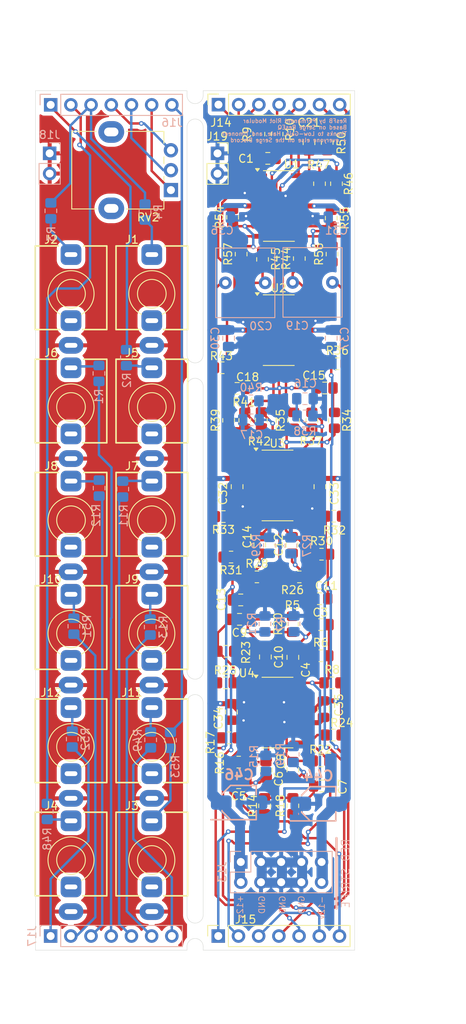
<source format=kicad_pcb>
(kicad_pcb (version 20240108) (generator "pcbnew") (generator_version "8.0")
  (layers (0 "F.Cu" signal) (31 "B.Cu" signal) (34 "B.Paste" user) (35 "F.Paste" user) (36 "B.SilkS" user "B.Silkscreen") (37 "F.SilkS" user "F.Silkscreen") (38 "B.Mask" user) (39 "F.Mask" user) (44 "Edge.Cuts" user))
  (net 0 "")
  (net 1 "Net-(C1-Pad2)")
  (net 2 "Net-(C3-Pad1)")
  (net 3 "Net-(U3A--)")
  (net 4 "Net-(C5-Pad1)")
  (net 5 "Net-(U3C--)")
  (net 6 "Net-(C7-Pad1)")
  (net 7 "Net-(U4A--)")
  (net 8 "Net-(C10-Pad1)")
  (net 9 "Net-(U4C--)")
  (net 10 "Net-(C11-Pad1)")
  (net 11 "Net-(C13-Pad1)")
  (net 12 "Net-(C15-Pad2)")
  (net 13 "GND")
  (net 14 "Net-(C18-Pad2)")
  (net 15 "Net-(C19-Pad1)")
  (net 16 "Net-(C20-Pad1)")
  (net 17 "Net-(U2A--)")
  (net 18 "Net-(U3B--)")
  (net 19 "Net-(U3D--)")
  (net 20 "VCC")
  (net 21 "VEE")
  (net 23 "Net-(J1-PadT)")
  (net 25 "Net-(J2-PadT)")
  (net 36 "Net-(U3D-+)")
  (net 37 "Net-(U3A-+)")
  (net 38 "/In_Inv_B")
  (net 39 "/Filter_Ins_B")
  (net 40 "/Filter_Pot_CW_B")
  (net 41 "/In_Inv_T")
  (net 42 "/Filter_Pot_CCW_B")
  (net 43 "/Filter_Ins_T")
  (net 44 "/Filter_Pot_CW_T")
  (net 45 "/Filter_Pot_CCW_T")
  (net 46 "/61_B")
  (net 47 "/115_B")
  (net 48 "/218_B")
  (net 49 "/411_B")
  (net 50 "/777_B")
  (net 51 "/1.5k_B")
  (net 52 "Net-(J3-PadT)")
  (net 53 "Net-(J4-PadT)")
  (net 54 "Net-(J5-PadT)")
  (net 55 "Net-(J6-PadT)")
  (net 56 "Net-(J7-PadT)")
  (net 57 "Net-(J8-PadT)")
  (net 58 "Net-(J9-PadT)")
  (net 59 "Net-(J10-PadT)")
  (net 60 "Net-(J11-PadT)")
  (net 61 "Net-(J12-PadT)")
  (net 62 "/2.8k_B")
  (net 63 "/5.2k_B")
  (net 64 "/Comb_L_B")
  (net 65 "/Comb_R_B")
  (net 66 "/5.2k_T")
  (net 67 "/2.8k_T")
  (net 68 "/1.5k_T")
  (net 69 "/218_T")
  (net 70 "/61_T")
  (net 71 "/Comb_R_T")
  (net 72 "/Comb_L_T")
  (net 73 "/777_T")
  (net 74 "/115_T")
  (net 75 "/411_T")
  (net 76 "Net-(U2D--)")
  (net 77 "Net-(U2C-+)")
  (net 78 "Net-(U2B-+)")
  (net 79 "Net-(U1B--)")
  (net 80 "Net-(U1C--)")
  (net 81 "Net-(U1D--)")
  (net 82 "Net-(R44-Pad2)")
  (net 83 "Net-(R45-Pad2)")
  (net 84 "Net-(U4D--)")
  (net 85 "Net-(U4B--)")
  (footprint "Connector_PinSocket_2.54mm:PinSocket_1x07_P2.54mm_Vertical" (layer "F.Cu") (at 150.007 39.853 90)
    (property "Reference" "J14")
    (property "Value" "Conn_01x07_Socket")
  )
  (footprint "Resistor_SMD:R_0805_2012Metric_Pad1.20x1.40mm_HandSolder" (layer "F.Cu") (at 153.3144 79.502 90)
    (property "Reference" "R41")
    (property "Value" "16k5")
  )
  (footprint "Resistor_SMD:R_0805_2012Metric_Pad1.20x1.40mm_HandSolder" (layer "F.Cu") (at 159.4612 79.502 90)
    (property "Reference" "R35")
    (property "Value" "16k5")
  )
  (footprint "Resistor_SMD:R_0805_2012Metric_Pad1.20x1.40mm_HandSolder" (layer "F.Cu") (at 154.8384 99.1616)
    (property "Reference" "R28")
    (property "Value" "47k")
  )
  (footprint "AudioJacks:Jack_3.5mm_QingPu_WQP-PJ301M-12_Vertical_Alt" (layer "F.Cu") (at 141.624045 63.601597)
    (property "Reference" "J1")
    (property "Value" "IN 2")
  )
  (footprint "Resistor_SMD:R_0805_2012Metric_Pad1.20x1.40mm_HandSolder" (layer "F.Cu") (at 164.4396 119.0244)
    (property "Reference" "R24")
    (property "Value" "47k")
  )
  (footprint "Connector_PinSocket_2.54mm:PinSocket_1x07_P2.54mm_Vertical" (layer "F.Cu") (at 149.982 144.272 90)
    (property "Reference" "J15")
    (property "Value" "Conn_01x07_Socket")
  )
  (footprint "Resistor_SMD:R_0805_2012Metric_Pad1.20x1.40mm_HandSolder" (layer "F.Cu") (at 157.3784 43.5516 90)
    (property "Reference" "R10")
    (property "Value" "330R")
  )
  (footprint "Resistor_SMD:R_0805_2012Metric_Pad1.20x1.40mm_HandSolder" (layer "F.Cu") (at 161.7472 79.502 -90)
    (property "Reference" "R37")
    (property "Value" "10k")
  )
  (footprint "Resistor_SMD:R_0805_2012Metric_Pad1.20x1.40mm_HandSolder" (layer "F.Cu") (at 160.1724 59.182 90)
    (property "Reference" "R44")
    (property "Value" "47k")
  )
  (footprint "AudioJacks:Jack_3.5mm_QingPu_WQP-PJ301M-12_Vertical_Alt" (layer "F.Cu") (at 141.624045 134.721569)
    (property "Reference" "J3")
    (property "Value" "COMB R")
  )
  (footprint "Capacitor_SMD:C_0805_2012Metric_Pad1.18x1.45mm_HandSolder" (layer "F.Cu") (at 162.7632 87.8332 90)
    (property "Reference" "C33")
    (property "Value" "0.1u")
  )
  (footprint "Package_SO:SOIC-14_3.9x8.7mm_P1.27mm" (layer "F.Cu") (at 157.4292 87.6808)
    (property "Reference" "U3")
    (property "Value" "TL074")
  )
  (footprint "Package_SO:SOIC-14_3.9x8.7mm_P1.27mm" (layer "F.Cu") (at 157.607 52.578)
    (property "Reference" "U1")
    (property "Value" "TL074")
  )
  (footprint "Resistor_SMD:R_0805_2012Metric_Pad1.20x1.40mm_HandSolder" (layer "F.Cu") (at 164.1856 54.102 90)
    (property "Reference" "R55")
    (property "Value" "47k")
  )
  (footprint "Capacitor_SMD:C_0805_2012Metric_Pad1.18x1.45mm_HandSolder" (layer "F.Cu") (at 152.3492 87.8332 -90)
    (property "Reference" "C32")
    (property "Value" "0.1u")
  )
  (footprint "Resistor_SMD:R_0805_2012Metric_Pad1.20x1.40mm_HandSolder" (layer "F.Cu") (at 164.2872 58.6232 90)
    (property "Reference" "R56")
    (property "Value" "47k")
  )
  (footprint "Capacitor_SMD:C_0805_2012Metric_Pad1.18x1.45mm_HandSolder" (layer "F.Cu") (at 152.3492 75.4888 180)
    (property "Reference" "C18")
    (property "Value" "220pF")
  )
  (footprint "Potentiometer_THT:Potentiometer_Alpha_RD901F-40-00D_Single_Vertical" (layer "F.Cu") (at 144.025 50.5816 180)
    (property "Reference" "RV2")
    (property "Value" "100k")
  )
  (footprint "AudioJacks:Jack_3.5mm_QingPu_WQP-PJ301M-12_Vertical_Alt" (layer "F.Cu") (at 131.464049 106.273583)
    (property "Reference" "J10")
    (property "Value" "218")
  )
  (footprint "Resistor_SMD:R_0805_2012Metric_Pad1.20x1.40mm_HandSolder" (layer "F.Cu") (at 164.592 79.502 90)
    (property "Reference" "R34")
    (property "Value" "82k")
  )
  (footprint "Resistor_SMD:R_0805_2012Metric_Pad1.20x1.40mm_HandSolder" (layer "F.Cu") (at 155.8036 127.9144 90)
    (property "Reference" "R14")
    (property "Value" "62k")
  )
  (footprint "Resistor_SMD:R_0805_2012Metric_Pad1.20x1.40mm_HandSolder" (layer "F.Cu") (at 155.3972 79.4512 -90)
    (property "Reference" "R42")
    (property "Value" "10k")
  )
  (footprint "AudioJacks:Jack_3.5mm_QingPu_WQP-PJ301M-12_Vertical_Alt" (layer "F.Cu") (at 141.6304 92.0496)
    (property "Reference" "J7")
    (property "Value" "1.5k")
  )
  (footprint "AudioJacks:Jack_3.5mm_QingPu_WQP-PJ301M-12_Vertical_Alt" (layer "F.Cu") (at 141.6304 120.4976)
    (property "Reference" "J11")
    (property "Value" "115")
  )
  (footprint "Resistor_SMD:R_0805_2012Metric_Pad1.20x1.40mm_HandSolder" (layer "F.Cu") (at 150.876 112.4712 180)
    (property "Reference" "R25")
    (property "Value" "47k")
  )
  (footprint "Resistor_SMD:R_0805_2012Metric_Pad1.20x1.40mm_HandSolder" (layer "F.Cu") (at 159.3088 105.1052 -90)
    (property "Reference" "R5")
    (property "Value" "51k")
  )
  (footprint "Capacitor_SMD:C_0805_2012Metric_Pad1.18x1.45mm_HandSolder" (layer "F.Cu") (at 163.2204 115.7732 90)
    (property "Reference" "C35")
    (property "Value" "0.1u")
  )
  (footprint "Resistor_SMD:R_0805_2012Metric_Pad1.20x1.40mm_HandSolder" (layer "F.Cu") (at 155.5496 59.2836 90)
    (property "Reference" "R45")
    (property "Value" "47k")
  )
  (footprint "Capacitor_SMD:C_0805_2012Metric_Pad1.18x1.45mm_HandSolder" (layer "F.Cu") (at 156.21 46.5996)
    (property "Reference" "C1")
    (property "Value" "47pF")
  )
  (footprint "Resistor_SMD:R_0805_2012Metric_Pad1.20x1.40mm_HandSolder" (layer "F.Cu") (at 162.9664 96.3168)
    (property "Reference" "R30")
    (property "Value" "560k")
  )
  (footprint "Resistor_SMD:R_0805_2012Metric_Pad1.20x1.40mm_HandSolder" (layer "F.Cu") (at 164.4904 91.5416)
    (property "Reference" "R32")
    (property "Value" "47k")
  )
  (footprint "AudioJacks:Jack_3.5mm_QingPu_WQP-PJ301M-12_Vertical_Alt" (layer "F.Cu") (at 131.464049 120.497573)
    (property "Reference" "J12")
    (property "Value" "61")
  )
  (footprint "Capacitor_SMD:C_0805_2012Metric_Pad1.18x1.45mm_HandSolder" (layer "F.Cu") (at 159.3596 123.3932 90)
    (property "Reference" "C8")
    (property "Value" "4n7")
  )
  (footprint "Capacitor_SMD:C_0805_2012Metric_Pad1.18x1.45mm_HandSolder" (layer "F.Cu") (at 152.8064 102.0572 180)
    (property "Reference" "C13")
    (property "Value" "1n")
  )
  (footprint "Resistor_SMD:R_0805_2012Metric_Pad1.20x1.40mm_HandSolder" (layer "F.Cu") (at 163.6776 44.6184 90)
    (property "Reference" "R50")
    (property "Value" "47k")
  )
  (footprint "AudioJacks:Jack_3.5mm_QingPu_WQP-PJ301M-12_Vertical_Alt" (layer "F.Cu") (at 131.464049 92.049587)
    (property "Reference" "J8")
    (property "Value" "777")
  )
  (footprint "Resistor_SMD:R_0805_2012Metric_Pad1.20x1.40mm_HandSolder" (layer "F.Cu") (at 164.9476 72.39)
    (property "Reference" "R36")
    (property "Value" "33k")
  )
  (footprint "Capacitor_SMD:C_0805_2012Metric_Pad1.18x1.45mm_HandSolder" (layer "F.Cu") (at 156.0068 123.3932 90)
    (property "Reference" "C6")
    (property "Value" "10n")
  )
  (footprint "Capacitor_SMD:C_0805_2012Metric_Pad1.18x1.45mm_HandSolder" (layer "F.Cu") (at 159.3596 109.2708 -90)
    (property "Reference" "C4")
    (property "Value" "22n")
  )
  (footprint "Capacitor_SMD:C_0805_2012Metric_Pad1.18x1.45mm_HandSolder" (layer "F.Cu") (at 155.9052 109.22 -90)
    (property "Reference" "C10")
    (property "Value" "4n7")
  )
  (footprint "AudioJacks:Jack_3.5mm_QingPu_WQP-PJ301M-12_Vertical_Alt" (layer "F.Cu") (at 141.624045 106.273578)
    (property "Reference" "J9")
    (property "Value" "411")
  )
  (footprint "Resistor_SMD:R_0805_2012Metric_Pad1.20x1.40mm_HandSolder" (layer "F.Cu") (at 160.1724 99.1616 180)
    (property "Reference" "R26")
    (property "Value" "43k")
  )
  (footprint "Resistor_SMD:R_0805_2012Metric_Pad1.20x1.40mm_HandSolder" (layer "F.Cu") (at 151.3332 119.38 180)
    (property "Reference" "R17")
    (property "Value" "47k")
  )
  (footprint "Capacitor_SMD:C_0805_2012Metric_Pad1.18x1.45mm_HandSolder" (layer "F.Cu") (at 162.8648 105.156)
    (property "Reference" "C3")
    (property "Value" "22n")
  )
  (footprint "Capacitor_SMD:C_0805_2012Metric_Pad1.18x1.45mm_HandSolder" (layer "F.Cu") (at 163.0172 125.4252)
    (property "Reference" "C7")
    (property "Value" "4n7")
  )
  (footprint "Resistor_SMD:R_0805_2012Metric_Pad1.20x1.40mm_HandSolder" (layer "F.Cu") (at 150.9268 108.5088 180)
    (property "Reference" "R23")
    (property "Value" "510k")
  )
  (footprint "Resistor_SMD:R_0805_2012Metric_Pad1.20x1.40mm_HandSolder" (layer "F.Cu") (at 162.9156 122.2756)
    (property "Reference" "R22")
    (property "Value" "910k")
  )
  (footprint "Resistor_SMD:R_0805_2012Metric_Pad1.20x1.40mm_HandSolder" (layer "F.Cu") (at 155.0924 43.5516 90)
    (property "Reference" "R9")
    (property "Value" "100K")
  )
  (footprint "AudioJacks:Jack_3.5mm_QingPu_WQP-PJ301M-12_Vertical_Alt" (layer "F.Cu") (at 131.464049 134.721569)
    (property "Reference" "J4")
    (property "Value" "COMB L")
  )
  (footprint "Resistor_SMD:R_0805_2012Metric_Pad1.20x1.40mm_HandSolder" (layer "F.Cu") (at 150.622 91.5924 180)
    (property "Reference" "R33")
    (property "Value" "47k")
  )
  (footprint "Resistor_SMD:R_0805_2012Metric_Pad1.20x1.40mm_HandSolder" (layer "F.Cu") (at 151.7904 54.0004 90)
    (property "Reference" "R54")
    (property "Value" "47k")
  )
  (footprint "AudioJacks:Jack_3.5mm_QingPu_WQP-PJ301M-12_Vertical_Alt" (layer "F.Cu") (at 131.464049 77.825587)
    (property "Reference" "J6")
    (property "Value" "2.8k")
  )
  (footprint "Capacitor_SMD:C_0805_2012Metric_Pad1.18x1.45mm_HandSolder" (layer "F.Cu") (at 152.654 104.4956 180)
    (property "Reference" "C9")
    (property "Value" "4n7")
  )
  (footprint "Capacitor_SMD:C_0805_2012Metric_Pad1.18x1.45mm_HandSolder" (layer "F.Cu") (at 162.7124 101.9048)
    (property "Reference" "C11")
    (property "Value" "2n2")
  )
  (footprint "Resistor_SMD:R_0805_2012Metric_Pad1.20x1.40mm_HandSolder" (layer "F.Cu") (at 155.8544 105.0704 -90)
    (property "Reference" "R20")
    (property "Value" "36k")
  )
  (footprint "Resistor_SMD:R_0805_2012Metric_Pad1.20x1.40mm_HandSolder" (layer "F.Cu") (at 152.5524 122.428 180)
    (property "Reference" "R16")
    (property "Value" "820k")
  )
  (footprint "Resistor_SMD:R_0805_2012Metric_Pad1.20x1.40mm_HandSolder" (layer "F.Cu") (at 150.4856 72.898 180)
    (property "Reference" "R43")
    (property "Value" "22k")
  )
  (footprint "Capacitor_SMD:C_0805_2012Metric_Pad1.18x1.45mm_HandSolder" (layer "F.Cu") (at 163.3728 75.438)
    (property "Reference" "C15")
    (property "Value" "680pF")
  )
  (footprint "Capacitor_SMD:C_0805_2012Metric_Pad1.18x1.45mm_HandSolder" (layer "F.Cu") (at 155.194 95.1484 90)
    (property "Reference" "C14")
    (property "Value" "1n")
  )
  (footprint "Resistor_SMD:R_0805_2012Metric_Pad1.20x1.40mm_HandSolder" (layer "F.Cu") (at 151.5872 96.6724 180)
    (property "Reference" "R31")
    (property "Value" "620k")
  )
  (footprint "Resistor_SMD:R_0805_2012Metric_Pad1.20x1.40mm_HandSolder" (layer "F.Cu") (at 162.8648 109.0676)
    (property "Reference" "R6")
    (property "Value" "680k")
  )
  (footprint "Resistor_SMD:R_0805_2012Metric_Pad1.20x1.40mm_HandSolder" (layer "F.Cu") (at 162.7124 49.784 -90)
    (property "Reference" "R47")
    (property "Value" "47k")
  )
  (footprint "Capacitor_SMD:C_0805_2012Metric_Pad1.18x1.45mm_HandSolder" (layer "F.Cu") (at 159.258 95.1484 90)
    (property "Reference" "C12")
    (property "Value" "2n2")
  )
  (footprint "Package_SO:SOIC-14_3.9x8.7mm_P1.27mm" (layer "F.Cu") (at 157.5816 68.1736)
    (property "Reference" "U2")
    (property "Value" "TL074")
  )
  (footprint "Resistor_SMD:R_0805_2012Metric_Pad1.20x1.40mm_HandSolder" (layer "F.Cu") (at 164.846 49.784 -90)
    (property "Reference" "R46")
    (property "Value" "47k")
  )
  (footprint "Connector_PinSocket_2.54mm:PinSocket_1x02_P2.54mm_Vertical" (layer "F.Cu") (at 149.885 45.974)
    (property "Reference" "J19")
    (property "Value" "Conn_01x02_Socket")
  )
  (footprint "Resistor_SMD:R_0805_2012Metric_Pad1.20x1.40mm_HandSolder" (layer "F.Cu") (at 151.2824 79.502 90)
    (property "Reference" "R39")
    (property "Value" "130k")
  )
  (footprint "Resistor_SMD:R_0805_2012Metric_Pad1.20x1.40mm_HandSolder" (layer "F.Cu") (at 152.8572 58.6232 90)
    (property "Reference" "R57")
    (property "Value" "47k")
  )
  (footprint "Capacitor_SMD:C_0805_2012Metric_Pad1.18x1.45mm_HandSolder" (layer "F.Cu") (at 151.638 116.1288 -90)
    (property "Reference" "C34")
    (property "Value" "0.1u")
  )
  (footprint "Package_SO:SOIC-14_3.9x8.7mm_P1.27mm" (layer "F.Cu") (at 157.4292 116.2063)
    (property "Reference" "U4")
    (property "Value" "TL074")
  )
  (footprint "Resistor_SMD:R_0805_2012Metric_Pad1.20x1.40mm_HandSolder" (layer "F.Cu") (at 164.2872 112.4712)
    (property "Reference" "R8")
    (property "Value" "47k")
  )
  (footprint "Capacitor_SMD:C_0805_2012Metric_Pad1.18x1.45mm_HandSolder" (layer "F.Cu") (at 152.5524 125.0188 180)
    (property "Reference" "C5")
    (property "Value" "10n")
  )
  (footprint "Resistor_SMD:R_0805_2012Metric_Pad1.20x1.40mm_HandSolder" (layer "F.Cu") (at 159.3596 127.9144 90)
    (property "Reference" "R18")
    (property "Value" "68k")
  )
  (footprint "AudioJacks:Jack_3.5mm_QingPu_WQP-PJ301M-12_Vertical_Alt" (layer "F.Cu") (at 131.464049 63.601597)
    (property "Reference" "J2")
    (property "Value" "IN 1")
  )
  (footprint "AudioJacks:Jack_3.5mm_QingPu_WQP-PJ301M-12_Vertical_Alt" (layer "F.Cu") (at 141.624045 77.825587)
    (property "Reference" "J5")
    (property "Value" "5.2k")
  )
  (footprint "Capacitor_SMD:C_0805_2012Metric_Pad1.18x1.45mm_HandSolder" (layer "F.Cu") (at 161.3916 44.6184 90)
    (property "Reference" "C21")
    (property "Value" "2n2" (hide yes))
  )
  (footprint "Resistor_SMD:R_0805_2012Metric_Pad1.20x1.40mm_HandSolder" (layer "B.Cu") (at 159.512 105.0544 -90)
    (property "Reference" "R7")
    (property "Value" "30k")
  )
  (footprint "Capacitor_THT:C_Rect_L7.2mm_W8.5mm_P5.00mm_FKP2_FKP2_MKS2_MKP2" (layer "B.Cu") (at 164.338 62.1792 180)
    (property "Reference" "C19")
    (property "Value" "4u7")
  )
  (footprint "Resistor_SMD:R_0805_2012Metric_Pad1.20x1.40mm_HandSolder" (layer "B.Cu") (at 135.001 88.011 90)
    (property "Reference" "R12")
    (property "Value" "330R")
  )
  (footprint "Resistor_SMD:R_0805_2012Metric_Pad1.20x1.40mm_HandSolder" (layer "B.Cu") (at 154.0924 77.0503)
    (property "Reference" "R40")
    (property "Value" "130k")
  )
  (footprint "Capacitor_SMD:C_0805_2012Metric_Pad1.18x1.45mm_HandSolder" (layer "B.Cu") (at 151.2824 69.1896 -90)
    (property "Reference" "C30")
    (property "Value" "0.1u")
  )
  (footprint "Resistor_SMD:R_0805_2012Metric_Pad1.20x1.40mm_HandSolder" (layer "B.Cu") (at 156.4132 95.1992 -90)
    (property "Reference" "R29")
    (property "Value" "27k")
  )
  (footprint "Library:CAPAE430X610N" (layer "B.Cu") (at 152.6032 127.508)
    (property "Reference" "C46" (hide yes))
    (property "Value" "22u" (hide yes))
  )
  (footprint "Resistor_SMD:R_0805_2012Metric_Pad1.20x1.40mm_HandSolder" (layer "B.Cu") (at 140.7668 53.34 90)
    (property "Reference" "R4")
    (property "Value" "100k")
  )
  (footprint "Resistor_SMD:R_0805_2012Metric_Pad1.20x1.40mm_HandSolder" (layer "B.Cu") (at 137.9728 88.138 90)
    (property "Reference" "R11")
    (property "Value" "330R")
  )
  (footprint "Resistor_SMD:R_0805_2012Metric_Pad1.20x1.40mm_HandSolder" (layer "B.Cu") (at 131.826 105.3592 90)
    (property "Reference" "R51")
    (property "Value" "330R")
  )
  (footprint "Connector_PinHeader_2.54mm:PinHeader_2x05_P2.54mm_Vertical" (layer "B.Cu") (at 152.8114 134.9706 -90)
    (property "Reference" "J13")
    (property "Value" "Conn_02x05_Odd_Even")
  )
  (footprint "Resistor_SMD:R_0805_2012Metric_Pad1.20x1.40mm_HandSolder" (layer "B.Cu") (at 160.8836 78.9432 180)
    (property "Reference" "R38")
    (property "Value" "82k")
  )
  (footprint "Resistor_SMD:R_0805_2012Metric_Pad1.20x1.40mm_HandSolder" (layer "B.Cu") (at 141.478 119.634 90)
    (property "Reference" "R53")
    (property "Value" "330R")
  )
  (footprint "Capacitor_SMD:C_0805_2012Metric_Pad1.18x1.45mm_HandSolder" (layer "B.Cu") (at 154.0924 79.4379 180)
    (property "Reference" "C17")
    (property "Value" "220pF")
  )
  (footprint "Resistor_SMD:R_0805_2012Metric_Pad1.20x1.40mm_HandSolder" (layer "B.Cu") (at 159.1056 95.25 -90)
    (property "Reference" "R27")
    (property "Value" "24k")
  )
  (footprint "Resistor_SMD:R_0805_2012Metric_Pad1.20x1.40mm_HandSolder" (layer "B.Cu") (at 138.43 71.628 -90)
    (property "Reference" "R2")
    (property "Value" "330R")
  )
  (footprint "Resistor_SMD:R_0805_2012Metric_Pad1.20x1.40mm_HandSolder" (layer "B.Cu") (at 155.8544 105.0704 -90)
    (property "Reference" "R21")
    (property "Value" "22k")
  )
  (footprint "Capacitor_SMD:C_0805_2012Metric_Pad1.18x1.45mm_HandSolder" (layer "B.Cu") (at 160.8836 76.7842)
    (property "Reference" "C16")
    (property "Value" "680pF")
  )
  (footprint "Library:CAPAE430X610N" (layer "B.Cu") (at 162.6108 127.6604)
    (property "Reference" "C44" (hide yes))
    (property "Value" "22u" (hide yes))
  )
  (footprint "Connector_PinHeader_2.54mm:PinHeader_1x07_P2.54mm_Vertical" (layer "B.Cu") (at 128.9 144.272 -90)
    (property "Reference" "J17")
    (property "Value" "Conn_01x07_Pin")
  )
  (footprint "Capacitor_SMD:C_0805_2012Metric_Pad1.18x1.45mm_HandSolder" (layer "B.Cu") (at 150.4696 53.975)
    (property "Reference" "C36")
    (property "Value" "0.1u")
  )
  (footprint "Resistor_SMD:R_0805_2012Metric_Pad1.20x1.40mm_HandSolder" (layer "B.Cu") (at 159.4104 121.4628 -90)
    (property "Reference" "R19")
    (property "Value" "43k")
  )
  (footprint "Resistor_SMD:R_0805_2012Metric_Pad1.20x1.40mm_HandSolder" (layer "B.Cu") (at 131.6228 119.5324 90)
    (property "Reference" "R52")
    (property "Value" "330R")
  )
  (footprint "Resistor_SMD:R_0805_2012Metric_Pad1.20x1.40mm_HandSolder" (layer "B.Cu") (at 134.9756 73.6092 90)
    (property "Reference" "R1")
    (property "Value" "330R")
  )
  (footprint "Resistor_SMD:R_0805_2012Metric_Pad1.20x1.40mm_HandSolder" (layer "B.Cu") (at 155.956 122.5804 -90)
    (property "Reference" "R15")
    (property "Value" "36k")
  )
  (footprint "Connector_PinHeader_2.54mm:PinHeader_1x02_P2.54mm_Vertical" (layer "B.Cu") (at 128.778 45.969 180)
    (property "Reference" "J18")
    (property "Value" "Conn_01x02_Pin")
  )
  (footprint "Capacitor_THT:C_Rect_L7.2mm_W8.5mm_P5.00mm_FKP2_FKP2_MKS2_MKP2" (layer "B.Cu") (at 150.876 62.23)
    (property "Reference" "C20")
    (property "Value" "4u7")
  )
  (footprint "Resistor_SMD:R_0805_2012Metric_Pad1.20x1.40mm_HandSolder" (layer "B.Cu") (at 128.9304 53.1876 90)
    (property "Reference" "R3")
    (property "Value" "100k")
  )
  (footprint "Capacitor_SMD:C_0805_2012Metric_Pad1.18x1.45mm_HandSolder" (layer "B.Cu") (at 164.1856 69.1896 90)
    (property "Reference" "C37")
    (property "Value" "0.1u")
  )
  (footprint "Resistor_SMD:R_0805_2012Metric_Pad1.20x1.40mm_HandSolder" (layer "B.Cu") (at 128.4732 128.6256 -90)
    (property "Reference" "R48")
    (property "Value" "330R")
  )
  (footprint "Connector_PinHeader_2.54mm:PinHeader_1x07_P2.54mm_Vertical" (layer "B.Cu") (at 128.905 39.878 -90)
    (property "Reference" "J16")
    (property "Value" "Conn_01x07_Pin" (hide yes))
  )
  (footprint "Resistor_SMD:R_0805_2012Metric_Pad1.20x1.40mm_HandSolder" (layer "B.Cu") (at 141.4272 105.4608 90)
    (property "Reference" "R13")
    (property "Value" "330R")
  )
  (footprint "Resistor_SMD:R_0805_2012Metric_Pad1.20x1.40mm_HandSolder" (layer "B.Cu") (at 143.9672 119.6848 -90)
    (property "Reference" "R49")
    (property "Value" "330R")
  )
  (footprint "Capacitor_SMD:C_0805_2012Metric_Pad1.18x1.45mm_HandSolder" (layer "B.Cu") (at 164.846 53.975)
    (property "Reference" "C31")
    (property "Value" "0.1u")
  )
  (gr_line (start 164.846 131.9784) (end 164.846 140.8176) (stroke (width 0.3)) (layer "B.SilkS"))
  (gr_line (start 146.05 38.7096) (end 146.05 38.1) (stroke (width 0.05)) (layer "Edge.Cuts"))
  (gr_line (start 167.132 38.1) (end 167.132 146.05) (stroke (width 0.05)) (layer "Edge.Cuts"))
  (gr_arc (start 146.05 145.5928) (mid 147.066 144.5768) (end 148.082 145.5928) (stroke (width 0.05)) (layer "Edge.Cuts"))
  (gr_line (start 127 146.05) (end 146.05 146.05) (stroke (width 0.05)) (layer "Edge.Cuts"))
  (gr_arc (start 146.05 42.672) (mid 147.066 41.656) (end 148.082 42.672) (stroke (width 0.05)) (layer "Edge.Cuts"))
  (gr_line (start 146.05 110.998) (end 146.05 75.2348) (stroke (width 0.05)) (layer "Edge.Cuts"))
  (gr_line (start 148.082 146.05) (end 148.082 145.5928) (stroke (width 0.05)) (layer "Edge.Cuts"))
  (gr_arc (start 148.082 71.2724) (mid 147.066 72.2884) (end 146.05 71.2724) (stroke (width 0.05)) (layer "Edge.Cuts"))
  (gr_line (start 148.082 110.998) (end 148.082 75.2348) (stroke (width 0.05)) (layer "Edge.Cuts"))
  (gr_line (start 146.05 141.6304) (end 146.05 114.9604) (stroke (width 0.05)) (layer "Edge.Cuts"))
  (gr_line (start 148.082 38.1) (end 167.132 38.1) (stroke (width 0.05)) (layer "Edge.Cuts"))
  (gr_arc (start 148.082 110.998) (mid 147.066 112.014) (end 146.05 110.998) (stroke (width 0.05)) (layer "Edge.Cuts"))
  (gr_line (start 146.05 146.05) (end 146.05 145.5928) (stroke (width 0.05)) (layer "Edge.Cuts"))
  (gr_line (start 167.132 146.05) (end 148.082 146.05) (stroke (width 0.05)) (layer "Edge.Cuts"))
  (gr_arc (start 148.082 38.7096) (mid 147.066 39.7256) (end 146.05 38.7096) (stroke (width 0.05)) (layer "Edge.Cuts"))
  (gr_arc (start 148.082 141.6304) (mid 147.066 142.6464) (end 146.05 141.6304) (stroke (width 0.05)) (layer "Edge.Cuts"))
  (gr_line (start 148.082 38.7096) (end 148.082 38.1) (stroke (width 0.05)) (layer "Edge.Cuts"))
  (gr_line (start 146.05 38.1) (end 127 38.1) (stroke (width 0.05)) (layer "Edge.Cuts"))
  (gr_arc (start 146.05 114.9604) (mid 147.066 113.9444) (end 148.082 114.9604) (stroke (width 0.05)) (layer "Edge.Cuts"))
  (gr_line (start 127 38.1) (end 127 146.05) (stroke (width 0.05)) (layer "Edge.Cuts"))
  (gr_line (start 148.082 141.6304) (end 148.082 114.9604) (stroke (width 0.05)) (layer "Edge.Cuts"))
  (gr_arc (start 146.05 75.2348) (mid 147.066 74.2188) (end 148.082 75.2348) (stroke (width 0.05)) (layer "Edge.Cuts"))
  (gr_line (start 148.082 71.2724) (end 148.082 42.672) (stroke (width 0.05)) (layer "Edge.Cuts"))
  (gr_line (start 146.05 71.2724) (end 146.05 42.672) (stroke (width 0.05)) (layer "Edge.Cuts"))
  (gr_text "GND" (at 158.496 139.1412 90) (layer "B.SilkS") (effects (font (size 0.75 0.75) (thickness 0.1)) (justify left bottom mirror)))
  (gr_text "+12v" (at 153.162 139.0904 90) (layer "B.SilkS") (effects (font (size 0.75 0.75) (thickness 0.1)) (justify left bottom mirror)))
  (gr_text "ResFB by Permanent Riot Modular\nBased on Serge ResEQ\nThanks to Low-Gain, Hale, and Timoneer\n+ everyone else on the Serge Discord" (at 166.2176 44.6024 0) (layer "B.SilkS") (effects (font (size 0.5 0.5) (thickness 0.1)) (justify left bottom mirror)))
  (gr_text "RED STRIPE" (at 166.5732 131.9784 90) (layer "B.SilkS") (effects (font (size 1 1) (thickness 0.1)) (justify left bottom mirror)))
  (gr_text "GND" (at 160.8836 139.1412 90) (layer "B.SilkS") (effects (font (size 0.75 0.75) (thickness 0.1)) (justify left bottom mirror)))
  (gr_text "GND" (at 155.9052 139.1412 90) (layer "B.SilkS") (effects (font (size 0.75 0.75) (thickness 0.1)) (justify left bottom mirror)))
  (gr_text "-12v" (at 163.4236 139.192 90) (layer "B.SilkS") (effects (font (size 0.75 0.75) (thickness 0.1)) (justify left bottom mirror)))
  (segment (start 157.3784 44.5516) (end 157.3784 46.4687) (width 0.3048) (layer "F.Cu") (net 1))
  (segment (start 155.132 48.7151) (end 157.2475 46.5996) (width 0.3048) (layer "F.Cu") (net 1))
  (segment (start 157.3784 46.4687) (end 157.2475 46.5996) (width 0.3048) (layer "F.Cu") (net 1))
  (segment (start 155.132 48.768) (end 155.132 48.7151) (width 0.3048) (layer "F.Cu") (net 1))
  (segment (start 160.98135 106.72695) (end 159.475 108.2333) (width 0.3048) (layer "F.Cu") (net 2))
  (segment (start 159.475 108.2333) (end 159.3596 108.2333) (width 0.3048) (layer "F.Cu") (net 2))
  (segment (start 159.3088 104.1052) (end 160.7765 104.1052) (width 0.3048) (layer "F.Cu") (net 2))
  (segment (start 161.8273 105.156) (end 161.8273 105.881) (width 0.3048) (layer "F.Cu") (net 2))
  (segment (start 160.7765 104.1052) (end 161.8273 105.156) (width 0.3048) (layer "F.Cu") (net 2))
  (segment (start 161.8273 105.881) (end 160.98135 106.72695) (width 0.3048) (layer "F.Cu") (net 2))
  (via (at 160.98135 106.72695) (size 0.6) (drill 0.3) (layers "F.Cu" "B.Cu") (net 2))
  (segment (start 159.512 106.0544) (end 160.3088 106.0544) (width 0.3048) (layer "B.Cu") (net 2))
  (segment (start 160.3088 106.0544) (end 160.98135 106.72695) (width 0.3048) (layer "B.Cu") (net 2))
  (segment (start 153.6268 84.233058) (end 154.534542 85.1408) (width 0.3048) (layer "F.Cu") (net 3))
  (segment (start 153.6268 80.8144) (end 153.6268 84.233058) (width 0.3048) (layer "F.Cu") (net 3))
  (segment (start 153.3144 80.502) (end 153.6268 80.8144) (width 0.3048) (layer "F.Cu") (net 3))
  (segment (start 151.2824 80.502) (end 153.3144 80.502) (width 0.3048) (layer "F.Cu") (net 3))
  (segment (start 155.7528 124.4307) (end 155.1647 125.0188) (width 0.3048) (layer "F.Cu") (net 4))
  (segment (start 153.2716 125.4895) (end 153.2716 126.3824) (width 0.3048) (layer "F.Cu") (net 4))
  (segment (start 154.686 125.0188) (end 153.7423 125.0188) (width 0.3048) (layer "F.Cu") (net 4))
  (segment (start 153.7423 125.0188) (end 153.2716 125.4895) (width 0.3048) (layer "F.Cu") (net 4))
  (segment (start 153.2716 126.3824) (end 155.8036 128.9144) (width 0.3048) (layer "F.Cu") (net 4))
  (segment (start 155.1647 125.0188) (end 154.686 125.0188) (width 0.3048) (layer "F.Cu") (net 4))
  (via (at 154.686 125.0188) (size 0.6) (drill 0.3) (layers "F.Cu" "B.Cu") (net 4))
  (segment (start 155.956 123.5804) (end 155.956 123.7488) (width 0.3048) (layer "B.Cu") (net 4))
  (segment (start 155.956 123.7488) (end 154.686 125.0188) (width 0.3048) (layer "B.Cu") (net 4))
  (segment (start 158.929201 90.2208) (end 158.4998 90.650201) (width 0.3048) (layer "F.Cu") (net 5))
  (segment (start 159.7605 94.1109) (end 161.9664 96.3168) (width 0.3048) (layer "F.Cu") (net 5))
  (segment (start 159.955 90.17) (end 159.9042 90.2208) (width 0.3048) (layer "F.Cu") (net 5))
  (segment (start 159.9042 90.2208) (end 158.929201 90.2208) (width 0.3048) (layer "F.Cu") (net 5))
  (segment (start 158.4998 90.650201) (end 158.4998 93.3527) (width 0.3048) (layer "F.Cu") (net 5))
  (segment (start 159.258 94.1109) (end 159.7605 94.1109) (width 0.3048) (layer "F.Cu") (net 5))
  (segment (start 158.4998 93.3527) (end 159.258 94.1109) (width 0.3048) (layer "F.Cu") (net 5))
  (segment (start 159.3596 124.4307) (end 159.9985 124.4307) (width 0.3048) (layer "F.Cu") (net 6))
  (segment (start 161.9797 126.2943) (end 159.3596 128.9144) (width 0.3048) (layer "F.Cu") (net 6))
  (segment (start 160.7312 123.698) (end 160.7312 124.1767) (width 0.3048) (layer "F.Cu") (net 6))
  (segment (start 161.9797 125.4252) (end 161.8996 125.4252) (width 0.3048) (layer "F.Cu") (net 6))
  (segment (start 161.9797 125.4252) (end 161.9797 126.2943) (width 0.3048) (layer "F.Cu") (net 6))
  (segment (start 159.9985 124.4307) (end 160.7312 123.698) (width 0.3048) (layer "F.Cu") (net 6))
  (segment (start 160.7312 124.1767) (end 161.9797 125.4252) (width 0.3048) (layer "F.Cu") (net 6))
  (via (at 160.7312 123.698) (size 0.6) (drill 0.3) (layers "F.Cu" "B.Cu") (net 6))
  (segment (start 160.7312 123.698) (end 160.6456 123.698) (width 0.3048) (layer "B.Cu") (net 6))
  (segment (start 160.6456 123.698) (end 159.4104 122.4628) (width 0.3048) (layer "B.Cu") (net 6))
  (segment (start 155.9052 110.2575) (end 153.6755 110.2575) (width 0.3048) (layer "F.Cu") (net 7))
  (segment (start 156.5148 113.1316) (end 156.5148 110.8671) (width 0.3048) (layer "F.Cu") (net 7))
  (segment (start 155.9801 113.6663) (end 156.5148 113.1316) (width 0.3048) (layer "F.Cu") (net 7))
  (segment (start 154.9542 113.6663) (end 155.9801 113.6663) (width 0.3048) (layer "F.Cu") (net 7))
  (segment (start 153.6755 110.2575) (end 151.9268 108.5088) (width 0.3048) (layer "F.Cu") (net 7))
  (segment (start 156.5148 110.8671) (end 155.9052 110.2575) (width 0.3048) (layer "F.Cu") (net 7))
  (segment (start 153.6915 105.9688) (end 153.6915 104.4956) (width 0.3048) (layer "F.Cu") (net 8))
  (segment (start 153.6915 104.4956) (end 155.4292 104.4956) (width 0.3048) (layer "F.Cu") (net 8))
  (segment (start 155.9052 108.1825) (end 153.6915 105.9688) (width 0.3048) (layer "F.Cu") (net 8))
  (segment (start 155.4292 104.4956) (end 155.8544 104.0704) (width 0.3048) (layer "F.Cu") (net 8))
  (via (at 153.6915 105.9688) (size 0.6) (drill 0.3) (layers "F.Cu" "B.Cu") (net 8))
  (segment (start 153.7931 106.0704) (end 153.6915 105.9688) (width 0.3048) (layer "B.Cu") (net 8))
  (segment (start 155.8544 106.0704) (end 153.7931 106.0704) (width 0.3048) (layer "B.Cu") (net 8))
  (segment (start 159.6351 122.2756) (end 159.3088 121.9493) (width 0.3048) (layer "F.Cu") (net 9))
  (segment (start 158.5768 121.5729) (end 158.5768 119.098701) (width 0.3048) (layer "F.Cu") (net 9))
  (segment (start 158.929201 118.7463) (end 159.9042 118.7463) (width 0.3048) (layer "F.Cu") (net 9))
  (segment (start 159.4397 122.2756) (end 159.3596 122.3557) (width 0.3048) (layer "F.Cu") (net 9))
  (segment (start 159.3596 122.3557) (end 158.5768 121.5729) (width 0.3048) (layer "F.Cu") (net 9))
  (segment (start 158.5768 119.098701) (end 158.929201 118.7463) (width 0.3048) (layer "F.Cu") (net 9))
  (segment (start 161.9156 122.2756) (end 159.4397 122.2756) (width 0.3048) (layer "F.Cu") (net 9))
  (segment (start 159.258 97.2472) (end 159.6564 97.6456) (width 0.3048) (layer "F.Cu") (net 10))
  (segment (start 161.1724 99.1616) (end 161.1724 101.4023) (width 0.3048) (layer "F.Cu") (net 10))
  (segment (start 159.258 96.1859) (end 159.258 97.2472) (width 0.3048) (layer "F.Cu") (net 10))
  (segment (start 159.6564 97.6456) (end 161.1724 99.1616) (width 0.3048) (layer "F.Cu") (net 10))
  (segment (start 161.1724 101.4023) (end 161.6749 101.9048) (width 0.3048) (layer "F.Cu") (net 10))
  (via (at 159.6564 97.6456) (size 0.6) (drill 0.3) (layers "F.Cu" "B.Cu") (net 10))
  (segment (start 159.6564 96.8008) (end 159.1056 96.25) (width 0.3048) (layer "B.Cu") (net 10))
  (segment (start 159.6564 97.6456) (end 159.6564 96.8008) (width 0.3048) (layer "B.Cu") (net 10))
  (segment (start 153.8439 99.1671) (end 153.8384 99.1616) (width 0.3048) (layer "F.Cu") (net 11))
  (segment (start 155.194 97.806) (end 155.194 97.536) (width 0.3048) (layer "F.Cu") (net 11))
  (segment (start 155.194 96.1859) (end 155.194 97.806) (width 0.3048) (layer "F.Cu") (net 11))
  (segment (start 155.194 97.806) (end 153.8384 99.1616) (width 0.3048) (layer "F.Cu") (net 11))
  (segment (start 153.8439 102.0572) (end 153.8439 99.1671) (width 0.3048) (layer "F.Cu") (net 11))
  (via (at 155.194 97.536) (size 0.6) (drill 0.3) (layers "F.Cu" "B.Cu") (net 11))
  (segment (start 155.194 97.536) (end 155.194 97.4184) (width 0.3048) (layer "B.Cu") (net 11))
  (segment (start 155.194 97.4184) (end 156.4132 96.1992) (width 0.3048) (layer "B.Cu") (net 11))
  (segment (start 164.4103 75.438) (end 164.4103 78.3203) (width 0.3048) (layer "F.Cu") (net 12))
  (segment (start 164.4103 78.3203) (end 164.592 78.502) (width 0.3048) (layer "F.Cu") (net 12))
  (segment (start 153.2395 114.9363) (end 153.2128 114.9096) (width 0.635) (layer "F.Cu") (net 13))
  (segment (start 158.4452 51.308) (end 160.082 51.308) (width 0.635) (layer "F.Cu") (net 13))
  (segment (start 162.7632 89.6112) (end 161.798 90.5764) (width 0.635) (layer "F.Cu") (net 13))
  (segment (start 151.638 117.1663) (end 153.1327 117.1663) (width 0.635) (layer "F.Cu") (net 13))
  (segment (start 152.3492 89.6112) (end 153.0604 90.3224) (width 0.635) (layer "F.Cu") (net 13))
  (segment (start 155.132 53.848) (end 153.4668 53.848) (width 0.635) (layer "F.Cu") (net 13))
  (segment (start 155.1066 66.9036) (end 153.3652 66.9036) (width 0.635) (layer "F.Cu") (net 13))
  (segment (start 159.9042 117.4763) (end 158.3703 117.4763) (width 0.635) (layer "F.Cu") (net 13))
  (segment (start 160.082 53.848) (end 161.8488 53.848) (width 0.635) (layer "F.Cu") (net 13))
  (segment (start 154.8741 88.8707) (end 154.9542 88.9508) (width 0.635) (layer "F.Cu") (net 13))
  (segment (start 159.9042 117.4763) (end 162.6564 117.4763) (width 0.635) (layer "F.Cu") (net 13))
  (segment (start 160.0781 89.1247) (end 159.9042 88.9508) (width 0.635) (layer "F.Cu") (net 13))
  (segment (start 162.7632 89.1247) (end 160.0781 89.1247) (width 0.635) (layer "F.Cu") (net 13))
  (segment (start 158.3703 117.4763) (end 158.2928 117.3988) (width 0.635) (layer "F.Cu") (net 13))
  (segment (start 159.9042 114.9363) (end 158.2687 114.9363) (width 0.635) (layer "F.Cu") (net 13))
  (segment (start 152.3492 88.8707) (end 154.8741 88.8707) (width 0.635) (layer "F.Cu") (net 13))
  (segment (start 154.6442 117.1663) (end 154.9542 117.4763) (width 0.635) (layer "F.Cu") (net 13))
  (segment (start 155.132 51.308) (end 153.67 51.308) (width 0.635) (layer "F.Cu") (net 13))
  (segment (start 160.0566 66.9036) (end 162.1028 66.9036) (width 0.635) (layer "F.Cu") (net 13))
  (segment (start 153.67 51.308) (end 153.3144 50.9524) (width 0.635) (layer "F.Cu") (net 13))
  (segment (start 153.3652 66.9036) (end 153.1112 67.1576) (width 0.635) (layer "F.Cu") (net 13))
  (segment (start 152.3492 88.8707) (end 152.3492 89.6112) (width 0.635) (layer "F.Cu") (net 13))
  (segment (start 153.1913 117.1663) (end 154.6442 117.1663) (width 0.635) (layer "F.Cu") (net 13))
  (segment (start 153.162 117.1956) (end 153.1913 117.1663) (width 0.635) (layer "F.Cu") (net 13))
  (segment (start 154.9542 114.9363) (end 153.2395 114.9363) (width 0.635) (layer "F.Cu") (net 13))
  (segment (start 162.1028 66.9036) (end 162.2044 67.0052) (width 0.635) (layer "F.Cu") (net 13))
  (segment (start 162.7632 89.1247) (end 162.7632 89.6112) (width 0.635) (layer "F.Cu") (net 13))
  (segment (start 158.2687 114.9363) (end 158.242 114.9096) (width 0.635) (layer "F.Cu") (net 13))
  (segment (start 153.1327 117.1663) (end 153.162 117.1956) (width 0.635) (layer "F.Cu") (net 13))
  (segment (start 162.6564 117.4763) (end 163.3728 116.7599) (width 0.635) (layer "F.Cu") (net 13))
  (via (at 162.2044 67.0052) (size 0.6) (drill 0.3) (layers "F.Cu" "B.Cu") (net 13))
  (via (at 153.3144 50.9524) (size 0.6) (drill 0.3) (layers "F.Cu" "B.Cu") (net 13))
  (via (at 158.242 114.9096) (size 0.6) (drill 0.3) (layers "F.Cu" "B.Cu") (net 13))
  (via (at 158.4452 51.308) (size 0.6) (drill 0.3) (layers "F.Cu" "B.Cu") (net 13))
  (via (at 153.162 117.1956) (size 0.6) (drill 0.3) (layers "F.Cu" "B.Cu") (net 13))
  (via (at 158.2928 117.3988) (size 0.6) (drill 0.3) (layers "F.Cu" "B.Cu") (net 13))
  (via (at 153.4668 53.848) (size 0.6) (drill 0.3) (layers "F.Cu" "B.Cu") (net 13))
  (via (at 161.798 90.5764) (size 0.6) (drill 0.3) (layers "F.Cu" "B.Cu") (net 13))
  (via (at 161.8488 53.848) (size 0.6) (drill 0.3) (layers "F.Cu" "B.Cu") (net 13))
  (via (at 153.1112 67.1576) (size 0.6) (drill 0.3) (layers "F.Cu" "B.Cu") (net 13))
  (via (at 153.2128 114.9096) (size 0.6) (drill 0.3) (layers "F.Cu" "B.Cu") (net 13))
  (via (at 153.0604 90.3224) (size 0.6) (drill 0.3) (layers "F.Cu" "B.Cu") (net 13))
  (segment (start 152.2261 70.2271) (end 151.2824 70.2271) (width 0.635) (layer "B.Cu") (net 13))
  (segment (start 159.673 128.7546) (end 160.5132 127.9144) (width 0.635) (layer "B.Cu") (net 13))
  (segment (start 155.443 137.5714) (end 160.523 137.5714) (width 1.27) (layer "B.Cu") (net 13))
  (segment (start 153.1112 67.1576) (end 153.225268 67.1576) (width 0.635) (layer "B.Cu") (net 13))
  (segment (start 153.8954 67.827732) (end 153.8954 68.5578) (width 0.635) (layer "B.Cu") (net 13))
  (segment (start 153.0858 54.229) (end 153.4668 53.848) (width 0.635) (layer "B.Cu") (net 13))
  (segment (start 153.8954 68.5578) (end 152.2261 70.2271) (width 0.635) (layer "B.Cu") (net 13))
  (segment (start 162.2044 67.0052) (end 162.191932 67.0052) (width 0.635) (layer "B.Cu") (net 13))
  (segment (start 154.8172 133.7352) (end 154.8172 127.7874) (width 0.635) (layer "B.Cu") (net 13))
  (segment (start 161.3694 68.519468) (end 163.077032 70.2271) (width 0.635) (layer "B.Cu") (net 13))
  (segment (start 155.443 135.0314) (end 160.523 135.0314) (width 1.27) (layer "B.Cu") (net 13))
  (segment (start 153.225268 67.1576) (end 153.8954 67.827732) (width 0.635) (layer "B.Cu") (net 13))
  (segment (start 159.673 134.1814) (end 159.673 128.7546) (width 0.635) (layer "B.Cu") (net 13))
  (segment (start 151.4055 54.229) (end 153.0858 54.229) (width 0.635) (layer "B.Cu") (net 13))
  (segment (start 160.523 135.0314) (end 160.523 137.5714) (width 1.27) (layer "B.Cu") (net 13))
  (segment (start 155.443 135.0314) (end 155.443 137.5714) (width 1.27) (layer "B.Cu") (net 13))
  (segment (start 155.443 135.0314) (end 155.443 134.361) (width 0.635) (layer "B.Cu") (net 13))
  (segment (start 161.3694 67.827732) (end 161.3694 68.519468) (width 0.635) (layer "B.Cu") (net 13))
  (segment (start 163.077032 70.2271) (end 164.1856 70.2271) (width 0.635) (layer "B.Cu") (net 13))
  (segment (start 160.523 135.0314) (end 159.673 134.1814) (width 0.635) (layer "B.Cu") (net 13))
  (segment (start 157.983 135.0314) (end 157.983 137.5714) (width 1.27) (layer "B.Cu") (net 13))
  (segment (start 155.443 134.361) (end 154.8172 133.7352) (width 0.635) (layer "B.Cu") (net 13))
  (segment (start 162.191932 67.0052) (end 161.3694 67.827732) (width 0.635) (layer "B.Cu") (net 13))
  (segment (start 151.3117 75.4888) (end 151.3117 78.4727) (width 0.3048) (layer "F.Cu") (net 14))
  (segment (start 151.3117 78.4727) (end 151.2824 78.502) (width 0.3048) (layer "F.Cu") (net 14))
  (segment (start 165.4396 119.0244) (end 165.4396 112.6236) (width 0.3048) (layer "F.Cu") (net 15))
  (segment (start 165.4904 91.5416) (end 165.4904 112.268) (width 0.3048) (layer "F.Cu") (net 15))
  (segment (start 165.9476 63.3609) (end 164.8167 62.23) (width 0.3048) (layer "F.Cu") (net 15))
  (segment (start 165.9476 72.39) (end 165.9476 91.0844) (width 0.3048) (layer "F.Cu") (net 15))
  (segment (start 165.9476 72.39) (end 165.9476 63.3609) (width 0.3048) (layer "F.Cu") (net 15))
  (segment (start 165.4396 112.6236) (end 165.2872 112.4712) (width 0.3048) (layer "F.Cu") (net 15))
  (segment (start 165.4904 112.268) (end 165.2872 112.4712) (width 0.3048) (layer "F.Cu") (net 15))
  (segment (start 165.9476 91.0844) (end 165.4904 91.5416) (width 0.3048) (layer "F.Cu") (net 15))
  (segment (start 149.876 112.4712) (end 149.1996 113.1476) (width 0.3048) (layer "F.Cu") (net 16))
  (segment (start 149.1996 113.1476) (end 149.1996 118.2464) (width 0.3048) (layer "F.Cu") (net 16))
  (segment (start 149.4856 77.1144) (end 149.4856 63.0909) (width 0.3048) (layer "F.Cu") (net 16))
  (segment (start 148.9744 111.5696) (end 149.876 112.4712) (width 0.3048) (layer "F.Cu") (net 16))
  (segment (start 149.4856 91.456) (end 149.622 91.5924) (width 0.3048) (layer "F.Cu") (net 16))
  (segment (start 149.1996 118.2464) (end 150.3332 119.38) (width 0.3048) (layer "F.Cu") (net 16))
  (segment (start 148.9744 92.24) (end 148.9744 111.5696) (width 0.3048) (layer "F.Cu") (net 16))
  (segment (start 149.622 91.5924) (end 148.9744 92.24) (width 0.3048) (layer "F.Cu") (net 16))
  (segment (start 149.4856 63.0909) (end 150.9053 61.6712) (width 0.3048) (layer "F.Cu") (net 16))
  (segment (start 149.4856 72.898) (end 149.4856 91.456) (width 0.3048) (layer "F.Cu") (net 16))
  (segment (start 155.1066 65.6336) (end 154.131601 65.6336) (width 0.3048) (layer "F.Cu") (net 17))
  (segment (start 153.5176 65.019599) (end 153.5176 63.30463) (width 0.3048) (layer "F.Cu") (net 17))
  (segment (start 155.5496 62.056) (end 155.7236 62.23) (width 0.3048) (layer "F.Cu") (net 17))
  (segment (start 154.59223 62.23) (end 155.7236 62.23) (width 0.3048) (layer "F.Cu") (net 17))
  (segment (start 155.5496 60.2836) (end 155.5496 62.056) (width 0.3048) (layer "F.Cu") (net 17))
  (segment (start 154.131601 65.6336) (end 153.5176 65.019599) (width 0.3048) (layer "F.Cu") (net 17))
  (segment (start 153.5176 63.30463) (end 154.59223 62.23) (width 0.3048) (layer "F.Cu") (net 17))
  (segment (start 156.3624 90.654001) (end 156.3624 92.8839) (width 0.3048) (layer "F.Cu") (net 18))
  (segment (start 154.9542 90.2208) (end 155.929199 90.2208) (width 0.3048) (layer "F.Cu") (net 18))
  (segment (start 152.5872 96.6591) (end 154.8599 94.3864) (width 0.3048) (layer "F.Cu") (net 18))
  (segment (start 152.5872 96.6724) (end 152.5872 96.6591) (width 0.3048) (layer "F.Cu") (net 18))
  (segment (start 155.929199 90.2208) (end 156.3624 90.654001) (width 0.3048) (layer "F.Cu") (net 18))
  (segment (start 156.3624 92.8839) (end 154.8599 94.3864) (width 0.3048) (layer "F.Cu") (net 18))
  (segment (start 163.6552 82.2452) (end 164.592 81.3084) (width 0.3048) (layer "F.Cu") (net 19))
  (segment (start 164.592 81.3084) (end 164.592 80.502) (width 0.3048) (layer "F.Cu") (net 19))
  (segment (start 158.5768 82.2452) (end 158.5768 84.3072) (width 0.3048) (layer "F.Cu") (net 19))
  (segment (start 158.5768 81.3864) (end 158.5768 82.2452) (width 0.3048) (layer "F.Cu") (net 19))
  (segment (start 159.4612 80.502) (end 158.5768 81.3864) (width 0.3048) (layer "F.Cu") (net 19))
  (segment (start 159.4104 85.1408) (end 159.9042 85.1408) (width 0.3048) (layer "F.Cu") (net 19))
  (segment (start 158.5768 84.3072) (end 159.4104 85.1408) (width 0.3048) (layer "F.Cu") (net 19))
  (via (at 158.5768 82.2452) (size 0.6) (drill 0.3) (layers "F.Cu" "B.Cu") (net 19))
  (via (at 163.6552 82.2452) (size 0.6) (drill 0.3) (layers "F.Cu" "B.Cu") (net 19))
  (segment (start 163.6552 82.2452) (end 158.5768 82.2452) (width 0.3048) (layer "B.Cu") (net 19))
  (segment (start 152.3492 86.7957) (end 150.6435 86.7957) (width 0.635) (layer "F.Cu") (net 20))
  (segment (start 152.753 116.2063) (end 154.9542 116.2063) (width 0.635) (layer "F.Cu") (net 20))
  (segment (start 151.638 115.0913) (end 150.2624 115.0913) (width 0.635) (layer "F.Cu") (net 20))
  (segment (start 155.132 52.578) (end 153.3652 52.578) (width 0.635) (layer "F.Cu") (net 20))
  (segment (start 152.3492 86.7957) (end 153.2343 87.6808) (width 0.635) (layer "F.Cu") (net 20))
  (segment (start 150.2624 115.0913) (end 150.2331 115.062) (width 0.635) (layer "F.Cu") (net 20))
  (segment (start 153.2343 87.6808) (end 154.9542 87.6808) (width 0.635) (layer "F.Cu") (net 20))
  (segment (start 151.638 115.0913) (end 152.753 116.2063) (width 0.635) (layer "F.Cu") (net 20))
  (segment (start 153.0604 68.1736) (end 155.1066 68.1736) (width 0.635) (layer "F.Cu") (net 20))
  (segment (start 150.6435 86.7957) (end 150.622 86.8172) (width 0.635) (layer "F.Cu") (net 20))
  (segment (start 153.3652 52.578) (end 153.3144 52.5272) (width 0.635) (layer "F.Cu") (net 20))
  (via (at 150.2331 115.062) (size 0.6) (drill 0.3) (layers "F.Cu" "B.Cu") (net 20))
  (via (at 150.622 86.8172) (size 0.6) (drill 0.3) (layers "F.Cu" "B.Cu") (net 20))
  (via (at 153.0604 68.1736) (size 0.6) (drill 0.3) (layers "F.Cu" "B.Cu") (net 20))
  (via (at 153.3144 52.5272) (size 0.6) (drill 0.3) (layers "F.Cu" "B.Cu") (net 20))
  (segment (start 152.7098 137.5714) (end 152.7098 130.1356) (width 1.27) (layer "B.Cu") (net 20))
  (segment (start 153.3144 52.5272) (end 150.8799 52.5272) (width 0.635) (layer "B.Cu") (net 20))
  (segment (start 150.3532 127.508) (end 149.241 126.3958) (width 1.27) (layer "B.Cu") (net 20))
  (segment (start 150.8799 52.5272) (end 149.4321 53.975) (width 0.635) (layer "B.Cu") (net 20))
  (segment (start 150.622 86.8172) (end 149.241 86.8172) (width 0.635) (layer "B.Cu") (net 20))
  (segment (start 150.3172 127.7874) (end 149.217 126.6872) (width 1.27) (layer "B.Cu") (net 20))
  (segment (start 149.241 68.1736) (end 149.241 54.1661) (width 1.27) (layer "B.Cu") (net 20))
  (segment (start 152.8064 130.039) (end 152.5688 130.039) (width 1.27) (layer "B.Cu") (net 20))
  (segment (start 151.2824 68.1521) (end 153.0389 68.1521) (width 0.635) (layer "B.Cu") (net 20))
  (segment (start 153.0389 68.1521) (end 153.0604 68.1736) (width 0.635) (layer "B.Cu") (net 20))
  (segment (start 151.3332 68.1521) (end 149.2625 68.1521) (width 1.27) (layer "B.Cu") (net 20))
  (segment (start 150.3532 127.508) (end 150.3532 127.7514) (width 1.27) (layer "B.Cu") (net 20))
  (segment (start 149.241 115.062) (end 149.241 86.8172) (width 1.27) (layer "B.Cu") (net 20))
  (segment (start 152.7098 130.1356) (end 152.8064 130.039) (width 1.27) (layer "B.Cu") (net 20))
  (segment (start 152.5688 130.039) (end 150.3172 127.7874) (width 1.27) (layer "B.Cu") (net 20))
  (segment (start 149.241 126.3958) (end 149.241 115.062) (width 1.27) (layer "B.Cu") (net 20))
  (segment (start 149.241 54.1661) (end 149.4321 53.975) (width 1.27) (layer "B.Cu") (net 20))
  (segment (start 150.3532 127.7514) (end 150.3172 127.7874) (width 1.27) (layer "B.Cu") (net 20))
  (segment (start 149.241 86.8172) (end 149.241 68.1736) (width 1.27) (layer "B.Cu") (net 20))
  (segment (start 150.2331 115.062) (end 149.241 115.062) (width 0.635) (layer "B.Cu") (net 20))
  (segment (start 149.2625 68.1521) (end 149.241 68.1736) (width 1.27) (layer "B.Cu") (net 20))
  (segment (start 162.7632 86.7957) (end 164.9689 86.7957) (width 0.635) (layer "F.Cu") (net 21))
  (segment (start 160.082 52.578) (end 162.052 52.578) (width 0.635) (layer "F.Cu") (net 21))
  (segment (start 164.7229 114.7357) (end 164.7444 114.7572) (width 0.635) (layer "F.Cu") (net 21))
  (segment (start 159.9042 116.2063) (end 161.7498 116.2063) (width 0.635) (layer "F.Cu") (net 21))
  (segment (start 163.2204 114.7357) (end 164.7229 114.7357) (width 0.635) (layer "F.Cu") (net 21))
  (segment (start 159.9042 87.6808) (end 161.8781 87.6808) (width 0.635) (layer "F.Cu") (net 21))
  (segment (start 160.0566 68.1736) (end 162.2044 68.1736) (width 0.635) (layer "F.Cu") (net 21))
  (segment (start 161.8781 87.6808) (end 162.7632 86.7957) (width 0.635) (layer "F.Cu") (net 21))
  (segment (start 161.7498 116.2063) (end 163.2204 114.7357) (width 0.635) (layer "F.Cu") (net 21))
  (segment (start 164.9689 86.7957) (end 164.9904 86.8172) (width 0.635) (layer "F.Cu") (net 21))
  (via (at 164.9904 86.8172) (size 0.6) (drill 0.3) (layers "F.Cu" "B.Cu") (net 21))
  (via (at 162.052 52.578) (size 0.6) (drill 0.3) (layers "F.Cu" "B.Cu") (net 21))
  (via (at 162.2044 68.1736) (size 0.6) (drill 0.3) (layers "F.Cu" "B.Cu") (net 21))
  (via (at 164.7444 114.7572) (size 0.6) (drill 0.3) (layers "F.Cu" "B.Cu") (net 21))
  (segment (start 162.2044 68.1736) (end 164.1641 68.1736) (width 0.635) (layer "B.Cu") (net 21))
  (segment (start 165.0132 127.9144) (end 165.997 126.9306) (width 1.27) (layer "B.Cu") (net 21))
  (segment (start 165.9462 114.7572) (end 165.997 114.7064) (width 0.635) (layer "B.Cu") (net 21))
  (segment (start 165.997 86.9188) (end 165.997 68.2244) (width 1.27) (layer "B.Cu") (net 21))
  (segment (start 164.4865 52.578) (end 165.8835 53.975) (width 0.635) (layer "B.Cu") (net 21))
  (segment (start 165.997 54.0885) (end 165.8835 53.975) (width 1.27) (layer "B.Cu") (net 21))
  (segment (start 164.2364 68.1521) (end 165.9247 68.1521) (width 1.27) (layer "B.Cu") (net 21))
  (segment (start 165.1598 128.061) (end 165.0132 127.9144) (width 1.27) (layer "B.Cu") (net 21))
  (segment (start 165.997 126.9306) (end 165.997 114.7064) (width 1.27) (layer "B.Cu") (net 21))
  (segment (start 164.1641 68.1736) (end 164.1856 68.1521) (width 0.635) (layer "B.Cu") (net 21))
  (segment (start 165.997 68.2244) (end 165.997 54.0885) (width 1.27) (layer "B.Cu") (net 21))
  (segment (start 162.052 52.578) (end 164.4865 52.578) (width 0.635) (layer "B.Cu") (net 21))
  (segment (start 165.8954 86.8172) (end 165.997 86.9188) (width 0.635) (layer "B.Cu") (net 21))
  (segment (start 163.1188 137.5714) (end 163.1188 134.0194) (width 1.27) (layer "B.Cu") (net 21))
  (segment (start 165.9247 68.1521) (end 165.997 68.2244) (width 1.27) (layer "B.Cu") (net 21))
  (segment (start 162.9714 129.5498) (end 164.8608 127.6604) (width 1.27) (layer "B.Cu") (net 21))
  (segment (start 165.997 114.7064) (end 165.997 86.9188) (width 1.27) (layer "B.Cu") (net 21))
  (segment (start 162.9714 137.5106) (end 162.9714 129.5498) (width 1.27) (layer "B.Cu") (net 21))
  (segment (start 164.9904 86.8172) (end 165.8954 86.8172) (width 0.635) (layer "B.Cu") (net 21))
  (segment (start 164.7444 114.7572) (end 165.9462 114.7572) (width 0.635) (layer "B.Cu") (net 21))
  (segment (start 141.624045 55.197245) (end 140.7668 54.34) (width 0.3048) (layer "B.Cu") (net 23))
  (segment (start 141.478 57.8946) (end 141.478 58.28) (width 0.3048) (layer "B.Cu") (net 23))
  (segment (start 141.624045 58.681597) (end 141.624045 55.197245) (width 0.3048) (layer "B.Cu") (net 23))
  (segment (start 131.416 58.248) (end 128.9304 55.7624) (width 0.3048) (layer "B.Cu") (net 25))
  (segment (start 131.572 58.248) (end 131.416 58.248) (width 0.3048) (layer "B.Cu") (net 25))
  (segment (start 128.9304 55.7624) (end 128.9304 54.1876) (width 0.3048) (layer "B.Cu") (net 25))
  (segment (start 163.0028 80.264) (end 163.0028 84.287199) (width 0.3048) (layer "F.Cu") (net 36))
  (segment (start 161.9504 78.502) (end 163.0028 79.5544) (width 0.3048) (layer "F.Cu") (net 36))
  (segment (start 163.0028 79.5544) (end 163.0028 80.264) (width 0.3048) (layer "F.Cu") (net 36))
  (segment (start 160.879199 86.4108) (end 159.9042 86.4108) (width 0.3048) (layer "F.Cu") (net 36))
  (segment (start 163.0028 84.287199) (end 160.879199 86.4108) (width 0.3048) (layer "F.Cu") (net 36))
  (via (at 163.0028 80.264) (size 0.6) (drill 0.3) (layers "F.Cu" "B.Cu") (net 36))
  (segment (start 161.2044 80.264) (end 163.0028 80.264) (width 0.3048) (layer "B.Cu") (net 36))
  (segment (start 159.8836 78.9432) (end 161.2044 80.264) (width 0.3048) (layer "B.Cu") (net 36))
  (segment (start 159.8461 78.9057) (end 159.8836 78.9432) (width 0.3048) (layer "B.Cu") (net 36))
  (segment (start 159.8461 76.7842) (end 159.6683 76.6064) (width 0.3048) (layer "B.Cu") (net 36))
  (segment (start 159.8461 76.7842) (end 159.8461 78.9057) (width 0.3048) (layer "B.Cu") (net 36))
  (segment (start 156.8196 79.8736) (end 155.3972 78.4512) (width 0.3048) (layer "F.Cu") (net 37))
  (segment (start 155.929199 86.4108) (end 156.8196 85.520399) (width 0.3048) (layer "F.Cu") (net 37))
  (segment (start 154.9542 86.4108) (end 155.929199 86.4108) (width 0.3048) (layer "F.Cu") (net 37))
  (segment (start 156.8196 85.520399) (end 156.8196 79.8736) (width 0.3048) (layer "F.Cu") (net 37))
  (via (at 156.8196 79.8736) (size 0.6) (drill 0.3) (layers "F.Cu" "B.Cu") (net 37))
  (segment (start 155.1299 79.4379) (end 155.1299 77.0878) (width 0.3048) (layer "B.Cu") (net 37))
  (segment (start 155.1299 79.4379) (end 156.3839 79.4379) (width 0.3048) (layer "B.Cu") (net 37))
  (segment (start 156.3839 79.4379) (end 156.8196 79.8736) (width 0.3048) (layer "B.Cu") (net 37))
  (segment (start 155.1299 77.0878) (end 155.0924 77.0503) (width 0.3048) (layer "B.Cu") (net 37))
  (segment (start 155.087 39.853) (end 154.04 40.9) (width 0.3048) (layer "F.Cu") (net 38))
  (segment (start 155.1725 46.5996) (end 153.8714 46.5996) (width 0.3048) (layer "F.Cu") (net 38))
  (segment (start 155.0924 44.5516) (end 153.8046 45.8394) (width 0.3048) (layer "F.Cu") (net 38))
  (segment (start 154.2796 50.038) (end 155.132 50.038) (width 0.3048) (layer "F.Cu") (net 38))
  (segment (start 153.8046 49.563) (end 154.2796 50.038) (width 0.3048) (layer "F.Cu") (net 38))
  (segment (start 153.8046 45.8394) (end 153.8046 46.5328) (width 0.3048) (layer "F.Cu") (net 38))
  (segment (start 154.04 40.9) (end 154.04 43.4992) (width 0.3048) (layer "F.Cu") (net 38))
  (segment (start 153.8714 46.5996) (end 153.8046 46.5328) (width 0.3048) (layer "F.Cu") (net 38))
  (segment (start 153.8046 46.5328) (end 153.8046 49.563) (width 0.3048) (layer "F.Cu") (net 38))
  (segment (start 154.04 43.4992) (end 155.0924 44.5516) (width 0.3048) (layer "F.Cu") (net 38))
  (segment (start 153.3867 75.4888) (end 156.0068 75.4888) (width 0.3048) (layer "F.Cu") (net 39))
  (segment (start 159.1564 40.8636) (end 159.1564 47.6504) (width 0.3048) (layer "F.Cu") (net 39))
  (segment (start 159.3088 106.1052) (end 157.75 106.1052) (width 0.3048) (layer "F.Cu") (net 39))
  (segment (start 157.75 106.1052) (end 157.6832 106.172) (width 0.3048) (layer "F.Cu") (net 39))
  (segment (start 157.6832 75.438) (end 157.6832 97.3168) (width 0.3048) (layer "F.Cu") (net 39))
  (segment (start 157.534 58.425896) (end 157.534 55.682695) (width 0.3048) (layer "F.Cu") (net 39))
  (segment (start 157.6832 75.438) (end 157.5848 75.3396) (width 0.3048) (layer "F.Cu") (net 39))
  (segment (start 157.2705 55.419195) (end 157.534 55.682695) (width 0.3048) (layer "F.Cu") (net 39))
  (segment (start 159.1564 47.6504) (end 157.2705 49.5363) (width 0.3048) (layer "F.Cu") (net 39))
  (segment (start 157.6832 99.2124) (end 157.6832 105.9688) (width 0.3048) (layer "F.Cu") (net 39))
  (segment (start 157.5848 75.3396) (end 157.5848 58.476696) (width 0.3048) (layer "F.Cu") (net 39))
  (segment (start 155.8384 99.1616) (end 157.734 99.1616) (width 0.3048) (layer "F.Cu") (net 39))
  (segment (start 157.6832 97.3168) (end 157.6832 99.2124) (width 0.3048) (layer "F.Cu") (net 39))
  (segment (start 162.3353 75.438) (end 159.2072 75.438) (width 0.3048) (layer "F.Cu") (net 39))
  (segment (start 159.1724 99.1616) (end 157.734 99.1616) (width 0.3048) (layer "F.Cu") (net 39))
  (segment (start 156.0068 75.4888) (end 156.0576 75.5396) (width 0.3048) (layer "F.Cu") (net 39))
  (segment (start 157.6832 126.9144) (end 157.4292 126.6604) (width 0.3048) (layer "F.Cu") (net 39))
  (segment (start 157.6832 105.9688) (end 157.6832 106.172) (width 0.3048) (layer "F.Cu") (net 39))
  (segment (start 159.3596 126.9144) (end 157.6832 126.9144) (width 0.3048) (layer "F.Cu") (net 39))
  (segment (start 157.6324 75.4888) (end 157.6832 75.438) (width 0.3048) (layer "F.Cu") (net 39))
  (segment (start 157.5848 58.476696) (end 157.534 58.425896) (width 0.3048) (layer "F.Cu") (net 39))
  (segment (start 157.734 99.1616) (end 157.6832 99.2124) (width 0.3048) (layer "F.Cu") (net 39))
  (segment (start 160.167 39.853) (end 159.1564 40.8636) (width 0.3048) (layer "F.Cu") (net 39))
  (segment (start 157.2705 49.5363) (end 157.2705 55.419195) (width 0.3048) (layer "F.Cu") (net 39))
  (segment (start 157.4292 106.426) (end 157.6832 106.172) (width 0.3048) (layer "F.Cu") (net 39))
  (segment (start 155.8036 126.9144) (end 157.6832 126.9144) (width 0.3048) (layer "F.Cu") (net 39))
  (segment (start 157.5816 106.0704) (end 157.6832 105.9688) (width 0.3048) (layer "F.Cu") (net 39))
  (segment (start 155.8544 106.0704) (end 157.5816 106.0704) (width 0.3048) (layer "F.Cu") (net 39))
  (segment (start 157.4292 126.6604) (end 157.4292 106.426) (width 0.3048) (layer "F.Cu") (net 39))
  (via (at 159.2072 75.438) (size 0.6) (drill 0.3) (layers "F.Cu" "B.Cu") (net 39))
  (via (at 156.0576 75.5396) (size 0.6) (drill 0.3) (layers "F.Cu" "B.Cu") (net 39))
  (via (at 157.6832 75.438) (size 0.6) (drill 0.3) (layers "F.Cu" "B.Cu") (net 39))
  (segment (start 157.5816 75.5396) (end 157.6832 75.438) (width 0.3048) (layer "B.Cu") (net 39))
  (segment (start 156.0576 75.5396) (end 157.5816 75.5396) (width 0.3048) (layer "B.Cu") (net 39))
  (segment (start 159.2072 75.438) (end 157.6832 75.438) (width 0.3048) (layer "B.Cu") (net 39))
  (segment (start 157.3784 40.1016) (end 157.627 39.853) (width 0.3048) (layer "F.Cu") (net 40))
  (segment (start 155.0924 42.5516) (end 157.3784 42.5516) (width 0.3048) (layer "F.Cu") (net 40))
  (segment (start 157.3784 42.5516) (end 157.3784 40.1016) (width 0.3048) (layer "F.Cu") (net 40))
  (segment (start 157.4684 42.5516) (end 157.3784 42.5516) (width 0.3048) (layer "F.Cu") (net 40))
  (segment (start 140.7668 52.34) (end 140.7668 50.9016) (width 0.3048) (layer "B.Cu") (net 41))
  (segment (start 133.985 44.1198) (end 133.985 39.878) (width 0.3048) (layer "B.Cu") (net 41))
  (segment (start 140.7668 50.9016) (end 133.985 44.1198) (width 0.3048) (layer "B.Cu") (net 41))
  (segment (start 131.3768 42.4862) (end 133.985 39.878) (width 0.3048) (layer "B.Cu") (net 41))
  (segment (start 128.9304 52.1876) (end 131.3768 49.7412) (width 0.3048) (layer "B.Cu") (net 41))
  (segment (start 131.3768 49.7412) (end 131.3768 42.4862) (width 0.3048) (layer "B.Cu") (net 41))
  (segment (start 163.6776 43.6184) (end 163.6776 40.8236) (width 0.3048) (layer "F.Cu") (net 42))
  (segment (start 160.082 44.8905) (end 160.082 48.768) (width 0.3048) (layer "F.Cu") (net 42))
  (segment (start 161.433 43.5395) (end 160.082 44.8905) (width 0.3048) (layer "F.Cu") (net 42))
  (segment (start 163.6776 43.6184) (end 161.4291 43.6184) (width 0.3048) (layer "F.Cu") (net 42))
  (segment (start 163.6776 40.8236) (end 162.707 39.853) (width 0.3048) (layer "F.Cu") (net 42))
  (segment (start 143.0846 48.0816) (end 139.0396 44.0366) (width 0.3048) (layer "B.Cu") (net 43))
  (segment (start 139.0396 39.9034) (end 139.065 39.878) (width 0.3048) (layer "B.Cu") (net 43))
  (segment (start 139.0396 44.0366) (end 139.0396 39.9034) (width 0.3048) (layer "B.Cu") (net 43))
  (segment (start 144.025 48.0816) (end 143.0846 48.0816) (width 0.3048) (layer "B.Cu") (net 43))
  (segment (start 140.3096 42.2148) (end 138.8618 42.2148) (width 0.3048) (layer "F.Cu") (net 44))
  (segment (start 138.8618 42.2148) (end 136.525 39.878) (width 0.3048) (layer "F.Cu") (net 44))
  (via (at 140.3096 42.2148) (size 0.6) (drill 0.3) (layers "F.Cu" "B.Cu") (net 44))
  (segment (start 144.025 45.5816) (end 140.6582 42.2148) (width 0.3048) (layer "B.Cu") (net 44))
  (segment (start 140.6582 42.2148) (end 140.3096 42.2148) (width 0.3048) (layer "B.Cu") (net 44))
  (segment (start 144.025 50.5816) (end 141.605 48.1616) (width 0.3048) (layer "F.Cu") (net 45))
  (segment (start 141.605 48.1616) (end 141.605 39.878) (width 0.3048) (layer "F.Cu") (net 45))
  (segment (start 163.8648 109.0676) (end 163.8648 111.8936) (width 0.3048) (layer "F.Cu") (net 46))
  (segment (start 161.798 112.4712) (end 159.9791 112.4712) (width 0.3048) (layer "F.Cu") (net 46))
  (segment (start 158.2928 131.1656) (end 151.2316 131.1656) (width 0.3048) (layer "F.Cu") (net 46))
  (segment (start 159.9791 112.4712) (end 159.9042 112.3963) (width 0.3048) (layer "F.Cu") (net 46))
  (segment (start 163.9023 109.0301) (end 163.8648 109.0676) (width 0.3048) (layer "F.Cu") (net 46))
  (segment (start 163.2872 112.4712) (end 161.798 112.4712) (width 0.3048) (layer "F.Cu") (net 46))
  (segment (start 163.8648 111.8936) (end 163.2872 112.4712) (width 0.3048) (layer "F.Cu") (net 46))
  (segment (start 163.9023 105.156) (end 163.9023 109.0301) (width 0.3048) (layer "F.Cu") (net 46))
  (via (at 151.2316 131.1656) (size 0.6) (drill 0.3) (layers "F.Cu" "B.Cu") (net 46))
  (via (at 158.2928 131.1656) (size 0.6) (drill 0.3) (layers "F.Cu" "B.Cu") (net 46))
  (via (at 161.798 112.4712) (size 0.6) (drill 0.3) (layers "F.Cu" "B.Cu") (net 46))
  (segment (start 149.982 144.272) (end 149.982 132.4152) (width 0.3048) (layer "B.Cu") (net 46))
  (segment (start 162.7632 113.4364) (end 161.798 112.4712) (width 0.3048) (layer "B.Cu") (net 46))
  (segment (start 162.7632 125.73) (end 162.7632 113.4364) (width 0.3048) (layer "B.Cu") (net 46))
  (segment (start 158.3072 125.7444) (end 158.2928 125.73) (width 0.3048) (layer "B.Cu") (net 46))
  (segment (start 158.3072 131.1512) (end 158.3072 125.7444) (width 0.3048) (layer "B.Cu") (net 46))
  (segment (start 158.2928 125.73) (end 162.7632 125.73) (width 0.3048) (layer "B.Cu") (net 46))
  (segment (start 149.982 132.4152) (end 151.2316 131.1656) (width 0.3048) (layer "B.Cu") (net 46))
  (segment (start 158.2928 131.1656) (end 158.3072 131.1512) (width 0.3048) (layer "B.Cu") (net 46))
  (segment (start 153.5176 120.0163) (end 152.9695 120.0163) (width 0.3048) (layer "F.Cu") (net 47))
  (segment (start 155.09715 129.8668) (end 151.5149 126.28455) (width 0.3048) (layer "F.Cu") (net 47))
  (segment (start 158.772 129.8668) (end 155.09715 129.8668) (width 0.3048) (layer "F.Cu") (net 47))
  (segment (start 151.5149 126.28455) (end 151.5149 125.0188) (width 0.3048) (layer "F.Cu") (net 47))
  (segment (start 154.9542 120.0163) (end 153.5176 120.0163) (width 0.3048) (layer "F.Cu") (net 47))
  (segment (start 151.6888 124.4385) (end 151.6888 121.8451) (width 0.3048) (layer "F.Cu") (net 47))
  (segment (start 160.8836 131.9784) (end 158.772 129.8668) (width 0.3048) (layer "F.Cu") (net 47))
  (segment (start 165.162 133.9596) (end 163.1808 131.9784) (width 0.3048) (layer "F.Cu") (net 47))
  (segment (start 151.6888 121.8451) (end 153.5176 120.0163) (width 0.3048) (layer "F.Cu") (net 47))
  (segment (start 152.9695 120.0163) (end 152.3332 119.38) (width 0.3048) (layer "F.Cu") (net 47))
  (segment (start 163.1808 131.9784) (end 160.8836 131.9784) (width 0.3048) (layer "F.Cu") (net 47))
  (via (at 165.162 133.9596) (size 0.6) (drill 0.3) (layers "F.Cu" "B.Cu") (net 47))
  (segment (start 165.222 134.0196) (end 165.162 133.9596) (width 0.3048) (layer "B.Cu") (net 47))
  (segment (start 165.222 144.272) (end 165.222 134.0196) (width 0.3048) (layer "B.Cu") (net 47))
  (segment (start 151.2824 132.334) (end 151.6888 132.334) (width 0.3048) (layer "F.Cu") (net 48))
  (segment (start 163.4396 119.0244) (end 162.4343 119.0244) (width 0.3048) (layer "F.Cu") (net 48))
  (segment (start 161.4424 120.0163) (end 159.9042 120.0163) (width 0.3048) (layer "F.Cu") (net 48))
  (segment (start 161.2392 132.6308) (end 161.2392 132.6896) (width 0.3048) (layer "F.Cu") (net 48))
  (segment (start 162.4343 119.0244) (end 161.4424 120.0163) (width 0.3048) (layer "F.Cu") (net 48))
  (segment (start 161.29 131.2164) (end 164.0547 128.4517) (width 0.3048) (layer "F.Cu") (net 48))
  (segment (start 164.0547 128.4517) (end 164.0547 125.4252) (width 0.3048) (layer "F.Cu") (net 48))
  (segment (start 151.6888 132.334) (end 151.9856 132.6308) (width 0.3048) (layer "F.Cu") (net 48))
  (segment (start 161.6563 120.0163) (end 161.4424 120.0163) (width 0.3048) (layer "F.Cu") (net 48))
  (segment (start 163.9156 122.2756) (end 161.6563 120.0163) (width 0.3048) (layer "F.Cu") (net 48))
  (segment (start 151.9856 132.6308) (end 161.2392 132.6308) (width 0.3048) (layer "F.Cu") (net 48))
  (segment (start 164.0547 125.4252) (end 164.0547 122.4147) (width 0.3048) (layer "F.Cu") (net 48))
  (segment (start 164.0547 122.4147) (end 163.9156 122.2756) (width 0.3048) (layer "F.Cu") (net 48))
  (via (at 161.2392 132.6896) (size 0.6) (drill 0.3) (layers "F.Cu" "B.Cu") (net 48))
  (via (at 151.2824 132.334) (size 0.6) (drill 0.3) (layers "F.Cu" "B.Cu") (net 48))
  (via (at 161.29 131.2164) (size 0.6) (drill 0.3) (layers "F.Cu" "B.Cu") (net 48))
  (segment (start 161.2392 132.6896) (end 161.2392 131.2672) (width 0.3048) (layer "B.Cu") (net 48))
  (segment (start 161.2392 131.2672) (end 161.29 131.2164) (width 0.3048) (layer "B.Cu") (net 48))
  (segment (start 151.2824 143.0324) (end 151.2824 132.334) (width 0.3048) (layer "B.Cu") (net 48))
  (segment (start 152.522 144.272) (end 151.2824 143.0324) (width 0.3048) (layer "B.Cu") (net 48))
  (segment (start 154.9542 112.3963) (end 151.9509 112.3963) (width 0.3048) (layer "F.Cu") (net 49))
  (segment (start 159.766 140.712683) (end 159.407083 140.712683) (width 0.3048) (layer "F.Cu") (net 49))
  (segment (start 151.876 111.0996) (end 151.876 110.458) (width 0.3048) (layer "F.Cu") (net 49))
  (segment (start 150.575 121.713) (end 151.384 120.904) (width 0.3048) (layer "F.Cu") (net 49))
  (segment (start 151.876 110.458) (end 149.9268 108.5088) (width 0.3048) (layer "F.Cu") (net 49))
  (segment (start 149.9268 106.1853) (end 151.6165 104.4956) (width 0.3048) (layer "F.Cu") (net 49))
  (segment (start 151.876 112.4712) (end 151.876 111.0996) (width 0.3048) (layer "F.Cu") (net 49))
  (segment (start 151.13 139.7508) (end 150.575 139.1958) (width 0.3048) (layer "F.Cu") (net 49))
  (segment (start 158.4452 139.7508) (end 151.13 139.7508) (width 0.3048) (layer "F.Cu") (net 49))
  (segment (start 151.9509 112.3963) (end 151.876 112.4712) (width 0.3048) (layer "F.Cu") (net 49))
  (segment (start 149.9268 108.5088) (end 149.9268 106.1853) (width 0.3048) (layer "F.Cu") (net 49))
  (segment (start 159.407083 140.712683) (end 158.4452 139.7508) (width 0.3048) (layer "F.Cu") (net 49))
  (segment (start 150.575 139.1958) (end 150.575 121.713) (width 0.3048) (layer "F.Cu") (net 49))
  (segment (start 151.384 120.904) (end 151.5872 120.904) (width 0.3048) (layer "F.Cu") (net 49))
  (via (at 159.766 140.712683) (size 0.6) (drill 0.3) (layers "F.Cu" "B.Cu") (net 49))
  (via (at 151.5872 120.904) (size 0.6) (drill 0.3) (layers "F.Cu" "B.Cu") (net 49))
  (via (at 151.876 111.0996) (size 0.6) (drill 0.3) (layers "F.Cu" "B.Cu") (net 49))
  (segment (start 151.5872 111.3884) (end 151.876 111.0996) (width 0.3048) (layer "B.Cu") (net 49))
  (segment (start 159.766 140.760634) (end 159.766 140.712683) (width 0.3048) (layer "B.Cu") (net 49))
  (segment (start 151.5872 120.904) (end 151.5872 111.3884) (width 0.3048) (layer "B.Cu") (net 49))
  (segment (start 159.769083 140.763717) (end 159.766 140.760634) (width 0.3048) (layer "B.Cu") (net 49))
  (segment (start 162.682 141.794967) (end 161.65075 140.763717) (width 0.3048) (layer "B.Cu") (net 49))
  (segment (start 162.682 144.272) (end 162.682 141.794967) (width 0.3048) (layer "B.Cu") (net 49))
  (segment (start 161.65075 140.763717) (end 159.769083 140.763717) (width 0.3048) (layer "B.Cu") (net 49))
  (segment (start 163.4904 91.5416) (end 163.4904 95.8408) (width 0.3048) (layer "F.Cu") (net 50))
  (segment (start 163.7499 100.584) (end 163.7499 96.5333) (width 0.3048) (layer "F.Cu") (net 50))
  (segment (start 159.9042 91.4908) (end 163.4396 91.4908) (width 0.3048) (layer "F.Cu") (net 50))
  (segment (start 163.7499 101.9048) (end 163.7499 100.584) (width 0.3048) (layer "F.Cu") (net 50))
  (segment (start 163.7499 96.5333) (end 163.9664 96.3168) (width 0.3048) (layer "F.Cu") (net 50))
  (segment (start 161.380517 141.416117) (end 163.843779 141.416117) (width 0.3048) (layer "F.Cu") (net 50))
  (segment (start 166.3192 122.0724) (end 164.7952 120.5484) (width 0.3048) (layer "F.Cu") (net 50))
  (segment (start 163.4396 91.4908) (end 163.4904 91.5416) (width 0.3048) (layer "F.Cu") (net 50))
  (segment (start 166.3192 138.940696) (end 166.3192 122.0724) (width 0.3048) (layer "F.Cu") (net 50))
  (segment (start 163.4904 95.8408) (end 163.9664 96.3168) (width 0.3048) (layer "F.Cu") (net 50))
  (segment (start 163.843779 141.416117) (end 166.3192 138.940696) (width 0.3048) (layer "F.Cu") (net 50))
  (via (at 163.7499 100.584) (size 0.6) (drill 0.3) (layers "F.Cu" "B.Cu") (net 50))
  (via (at 161.380517 141.416117) (size 0.6) (drill 0.3) (layers "F.Cu" "B.Cu") (net 50))
  (via (at 164.7952 120.5484) (size 0.6) (drill 0.3) (layers "F.Cu" "B.Cu") (net 50))
  (segment (start 164.1348 100.9689) (end 163.7499 100.584) (width 0.3048) (layer "B.Cu") (net 50))
  (segment (start 164.7952 120.5484) (end 164.1348 119.888) (width 0.3048) (layer "B.Cu") (net 50))
  (segment (start 161.329483 141.365083) (end 161.380517 141.416117) (width 0.3048) (layer "B.Cu") (net 50))
  (segment (start 155.062 144.272) (end 157.968917 141.365083) (width 0.3048) (layer "B.Cu") (net 50))
  (segment (start 164.1348 119.888) (end 164.1348 115.094982) (width 0.3048) (layer "B.Cu") (net 50))
  (segment (start 157.968917 141.365083) (end 161.329483 141.365083) (width 0.3048) (layer "B.Cu") (net 50))
  (segment (start 164.0237 114.983882) (end 164.0237 114.428918) (width 0.3048) (layer "B.Cu") (net 50))
  (segment (start 164.1348 114.317818) (end 164.1348 100.9689) (width 0.3048) (layer "B.Cu") (net 50))
  (segment (start 164.1348 115.094982) (end 164.0237 114.983882) (width 0.3048) (layer "B.Cu") (net 50))
  (segment (start 164.0237 114.428918) (end 164.1348 114.317818) (width 0.3048) (layer "B.Cu") (net 50))
  (segment (start 151.7689 97.8541) (end 150.5872 96.6724) (width 0.3048) (layer "F.Cu") (net 51))
  (segment (start 149.6568 120.6674) (end 149.6568 139.1412) (width 0.3048) (layer "F.Cu") (net 51))
  (segment (start 157.2768 140.3604) (end 158.933883 142.017483) (width 0.3048) (layer "F.Cu") (net 51))
  (segment (start 151.7689 102.0572) (end 151.7689 100.4316) (width 0.3048) (layer "F.Cu") (net 51))
  (segment (start 149.6568 139.1412) (end 150.876 140.3604) (width 0.3048) (layer "F.Cu") (net 51))
  (segment (start 150.5872 96.6724) (end 150.5872 92.6272) (width 0.3048) (layer "F.Cu") (net 51))
  (segment (start 150.876 140.3604) (end 157.2768 140.3604) (width 0.3048) (layer "F.Cu") (net 51))
  (segment (start 150.6394 120.6674) (end 149.6568 120.6674) (width 0.3048) (layer "F.Cu") (net 51))
  (segment (start 154.8526 91.5924) (end 154.9542 91.4908) (width 0.3048) (layer "F.Cu") (net 51))
  (segment (start 151.7689 100.4316) (end 151.7689 97.8541) (width 0.3048) (layer "F.Cu") (net 51))
  (segment (start 150.5872 92.6272) (end 151.622 91.5924) (width 0.3048) (layer "F.Cu") (net 51))
  (segment (start 151.622 91.5924) (end 154.8526 91.5924) (width 0.3048) (layer "F.Cu") (net 51))
  (via (at 158.933883 142.017483) (size 0.6) (drill 0.3) (layers "F.Cu" "B.Cu") (net 51))
  (via (at 150.6394 120.6674) (size 0.6) (drill 0.3) (layers "F.Cu" "B.Cu") (net 51))
  (via (at 151.7689 100.4316) (size 0.6) (drill 0.3) (layers "F.Cu" "B.Cu") (net 51))
  (segment (start 160.142 143.2256) (end 160.142 144.272) (width 0.3048) (layer "B.Cu") (net 51))
  (segment (start 150.9776 120.3292) (end 150.9776 101.2229) (width 0.3048) (layer "B.Cu") (net 51))
  (segment (start 150.6394 120.6674) (end 150.9776 120.3292) (width 0.3048) (layer "B.Cu") (net 51))
  (segment (start 150.9776 101.2229) (end 151.7689 100.4316) (width 0.3048) (layer "B.Cu") (net 51))
  (segment (start 158.933883 142.017483) (end 160.142 143.2256) (width 0.3048) (layer "B.Cu") (net 51))
  (segment (start 141.366 129.637) (end 141.478 129.749) (width 0.3048) (layer "B.Cu") (net 52))
  (segment (start 143.9672 120.6848) (end 143.9672 127.2598) (width 0.3048) (layer "B.Cu") (net 52))
  (segment (start 143.9672 127.2598) (end 141.478 129.749) (width 0.3048) (layer "B.Cu") (net 52))
  (segment (start 128.27 129.637) (end 131.46 129.637) (width 0.3048) (layer "B.Cu") (net 53))
  (segment (start 131.46 129.637) (end 131.572 129.749) (width 0.3048) (layer "B.Cu") (net 53))
  (segment (start 131.684 129.637) (end 131.572 129.749) (width 0.3048) (layer "B.Cu") (net 53))
  (segment (start 139.909 72.726) (end 139.811 72.628) (width 0.3048) (layer "B.Cu") (net 54))
  (segment (start 141.478 72.726) (end 139.909 72.726) (width 0.3048) (layer "B.Cu") (net 54))
  (segment (start 139.811 72.628) (end 138.43 72.628) (width 0.3048) (layer "B.Cu") (net 54))
  (segment (start 131.572 72.726) (end 134.776 72.726) (width 0.3048) (layer "B.Cu") (net 55))
  (segment (start 134.776 72.726) (end 134.874 72.628) (width 0.3048) (layer "B.Cu") (net 55))
  (segment (start 138.049 87.0618) (end 137.9728 87.138) (width 0.3048) (layer "B.Cu") (net 56))
  (segment (start 141.478 87.106) (end 138.049 87.106) (width 0.3048) (layer "B.Cu") (net 56))
  (segment (start 134.854 87.158) (end 135.001 87.011) (width 0.3048) (layer "B.Cu") (net 57))
  (segment (start 131.572 87.158) (end 134.854 87.158) (width 0.3048) (layer "B.Cu") (net 57))
  (segment (start 141.4272 104.4608) (end 141.4272 101.5598) (width 0.3048) (layer "B.Cu") (net 58))
  (segment (start 141.4272 101.5598) (end 141.478 101.509) (width 0.3048) (layer "B.Cu") (net 58))
  (segment (start 131.826 101.763) (end 131.572 101.509) (width 0.3048) (layer "B.Cu") (net 59))
  (segment (start 131.826 104.3592) (end 131.826 101.763) (width 0.3048) (layer "B.Cu") (net 59))
  (segment (start 141.478 118.634) (end 141.478 115.652) (width 0.3048) (layer "B.Cu") (net 60))
  (segment (start 141.158 115.332) (end 141.478 115.652) (width 0.3048) (layer "B.Cu") (net 60))
  (segment (start 131.6228 118.5324) (end 131.6228 115.7028) (width 0.3048) (layer "B.Cu") (net 61))
  (segment (start 131.6228 115.7028) (end 131.572 115.652) (width 0.3048) (layer "B.Cu") (net 61))
  (segment (start 163.576 120.5992) (end 163.89805 120.5992) (width 0.3048) (layer "F.Cu") (net 62))
  (segment (start 160.0566 71.9836) (end 163.5412 71.9836) (width 0.3048) (layer "F.Cu") (net 62))
  (segment (start 164.9476 139.5984) (end 162.2756 139.5984) (width 0.3048) (layer "F.Cu") (net 62))
  (segment (start 160.0566 70.7136) (end 160.0566 71.9836) (width 0.3048) (layer "F.Cu") (net 62))
  (segment (start 165.8144 138.7316) (end 164.9476 139.5984) (width 0.3048) (layer "F.Cu") (net 62))
  (segment (start 162.2756 139.5984) (end 157.602 144.272) (width 0.3048) (layer "F.Cu") (net 62))
  (segment (start 164.1856 72.628) (end 163.9476 72.39) (width 0.3048) (layer "F.Cu") (net 62))
  (segment (start 165.8144 122.51555) (end 165.8144 138.7316) (width 0.3048) (layer "F.Cu") (net 62))
  (segment (start 163.89805 120.5992) (end 165.8144 122.51555) (width 0.3048) (layer "F.Cu") (net 62))
  (segment (start 163.5412 71.9836) (end 163.9476 72.39) (width 0.3048) (layer "F.Cu") (net 62))
  (segment (start 164.1856 73.8632) (end 164.1856 72.628) (width 0.3048) (layer "F.Cu") (net 62))
  (via (at 163.576 120.5992) (size 0.6) (drill 0.3) (layers "F.Cu" "B.Cu") (net 62))
  (via (at 164.1856 73.8632) (size 0.6) (drill 0.3) (layers "F.Cu" "B.Cu") (net 62))
  (segment (start 164.3076 82.515433) (end 164.3076 73.9852) (width 0.3048) (layer "B.Cu") (net 62))
  (segment (start 163.3728 101.129533) (end 163.0975 100.854233) (width 0.3048) (layer "B.Cu") (net 62))
  (segment (start 163.0975 100.1989) (end 164.1856 99.1108) (width 0.3048) (layer "B.Cu") (net 62))
  (segment (start 163.0975 100.854233) (end 163.0975 100.1989) (width 0.3048) (layer "B.Cu") (net 62))
  (segment (start 163.3728 120.396) (end 163.3728 101.129533) (width 0.3048) (layer "B.Cu") (net 62))
  (segment (start 164.1856 99.1108) (end 164.1856 82.637433) (width 0.3048) (layer "B.Cu") (net 62))
  (segment (start 163.576 120.5992) (end 163.3728 120.396) (width 0.3048) (layer "B.Cu") (net 62))
  (segment (start 164.1856 82.637433) (end 164.3076 82.515433) (width 0.3048) (layer "B.Cu") (net 62))
  (segment (start 164.3076 73.9852) (end 164.1856 73.8632) (width 0.3048) (layer "B.Cu") (net 62))
  (segment (start 149.9648 51.254001) (end 151.638 49.580801) (width 0.3048) (layer "F.Cu") (net 63))
  (segment (start 154.1922 72.898) (end 155.1066 71.9836) (width 0.3048) (layer "F.Cu") (net 63))
  (segment (start 151.4856 72.898) (end 154.1922 72.898) (width 0.3048) (layer "F.Cu") (net 63))
  (segment (start 151.638 41.484) (end 150.007 39.853) (width 0.3048) (layer "F.Cu") (net 63))
  (segment (start 151.0792 64.3636) (end 152.0284 63.4144) (width 0.3048) (layer "F.Cu") (net 63))
  (segment (start 155.1066 70.7136) (end 155.1066 71.9836) (width 0.3048) (layer "F.Cu") (net 63))
  (segment (start 151.638 49.580801) (end 151.638 41.484) (width 0.3048) (layer "F.Cu") (net 63))
  (segment (start 149.9648 59.0328) (end 149.9648 51.254001) (width 0.3048) (layer "F.Cu") (net 63))
  (segment (start 151.0792 72.4916) (end 151.0792 64.3636) (width 0.3048) (layer "F.Cu") (net 63))
  (segment (start 152.0284 63.4144) (end 152.0284 61.0964) (width 0.3048) (layer "F.Cu") (net 63))
  (segment (start 151.4856 72.898) (end 151.0792 72.4916) (width 0.3048) (layer "F.Cu") (net 63))
  (segment (start 152.0284 61.0964) (end 149.9648 59.0328) (width 0.3048) (layer "F.Cu") (net 63))
  (segment (start 151.7904 53.0004) (end 150.5044 53.0004) (width 0.3048) (layer "F.Cu") (net 64))
  (segment (start 152.547 50.0942) (end 152.547 39.853) (width 0.3048) (layer "F.Cu") (net 64))
  (segment (start 150.4696 52.1716) (end 152.547 50.0942) (width 0.3048) (layer "F.Cu") (net 64))
  (segment (start 155.132 56.388) (end 151.51915 56.388) (width 0.3048) (layer "F.Cu") (net 64))
  (segment (start 150.4696 53.0352) (end 150.4696 52.1716) (width 0.3048) (layer "F.Cu") (net 64))
  (segment (start 150.5044 53.0004) (end 150.4696 53.0352) (width 0.3048) (layer "F.Cu") (net 64))
  (segment (start 151.51915 56.388) (end 150.4696 55.33845) (width 0.3048) (layer "F.Cu") (net 64))
  (segment (start 150.4696 55.33845) (end 150.4696 53.0352) (width 0.3048) (layer "F.Cu") (net 64))
  (segment (start 166.097 56.388) (end 160.082 56.388) (width 0.3048) (layer "F.Cu") (net 65))
  (segment (start 165.247 39.853) (end 166.097 40.703) (width 0.3048) (layer "F.Cu") (net 65))
  (segment (start 166.097 40.703) (end 166.097 53.1368) (width 0.3048) (layer "F.Cu") (net 65))
  (segment (start 166.0782 53.118) (end 166.097 53.1368) (width 0.3048) (layer "F.Cu") (net 65))
  (segment (start 166.097 53.1368) (end 166.097 56.388) (width 0.3048) (layer "F.Cu") (net 65))
  (segment (start 164.1348 53.118) (end 166.0782 53.118) (width 0.3048) (layer "F.Cu") (net 65))
  (segment (start 128.905 39.878) (end 128.905 40.1066) (width 0.3048) (layer "F.Cu") (net 66))
  (segment (start 128.905 40.1066) (end 132.0292 43.2308) (width 0.3048) (layer "F.Cu") (net 66))
  (via (at 132.0292 43.2308) (size 0.6) (drill 0.3) (layers "F.Cu" "B.Cu") (net 66))
  (segment (start 138.4974 57.4636) (end 138.4974 70.5606) (width 0.3048) (layer "B.Cu") (net 66))
  (segment (start 138.938 50.1396) (end 138.938 57.023) (width 0.3048) (layer "B.Cu") (net 66))
  (segment (start 132.0292 43.2308) (end 138.938 50.1396) (width 0.3048) (layer "B.Cu") (net 66))
  (segment (start 138.4974 70.5606) (end 138.43 70.628) (width 0.3048) (layer "B.Cu") (net 66))
  (segment (start 138.938 57.023) (end 138.4974 57.4636) (width 0.3048) (layer "B.Cu") (net 66))
  (segment (start 134.9756 83.842408) (end 134.9756 74.6092) (width 0.3048) (layer "B.Cu") (net 67))
  (segment (start 136.52 144.272) (end 136.4996 144.2516) (width 0.3048) (layer "B.Cu") (net 67))
  (segment (start 136.5582 85.425008) (end 134.9756 83.842408) (width 0.3048) (layer "B.Cu") (net 67))
  (segment (start 136.4996 104.363146) (end 136.5582 104.304546) (width 0.3048) (layer "B.Cu") (net 67))
  (segment (start 136.52 144.18787) (end 136.539252 144.207122) (width 0.3048) (layer "B.Cu") (net 67))
  (segment (start 136.5582 104.304546) (end 136.5582 85.425008) (width 0.3048) (layer "B.Cu") (net 67))
  (segment (start 136.4996 144.2516) (end 136.4996 104.363146) (width 0.3048) (layer "B.Cu") (net 67))
  (segment (start 137.5156 89.5952) (end 137.9728 89.138) (width 0.3048) (layer "B.Cu") (net 68))
  (segment (start 139.06 144.272) (end 137.5156 142.7276) (width 0.3048) (layer "B.Cu") (net 68))
  (segment (start 137.5156 142.7276) (end 137.5156 89.5952) (width 0.3048) (layer "B.Cu") (net 68))
  (segment (start 131.826 106.3592) (end 134.5184 109.0516) (width 0.3048) (layer "B.Cu") (net 69))
  (segment (start 134.5184 141.907495) (end 132.153895 144.272) (width 0.3048) (layer "B.Cu") (net 69))
  (segment (start 134.5184 109.0516) (end 134.5184 141.907495) (width 0.3048) (layer "B.Cu") (net 69))
  (segment (start 132.153895 144.272) (end 131.44 144.272) (width 0.3048) (layer "B.Cu") (net 69))
  (segment (start 128.9 137.0888) (end 128.9 144.272) (width 0.3048) (layer "B.Cu") (net 70))
  (segment (start 133.6548 122.5644) (end 133.6548 132.334) (width 0.3048) (layer "B.Cu") (net 70))
  (segment (start 133.6548 132.334) (end 128.9 137.0888) (width 0.3048) (layer "B.Cu") (net 70))
  (segment (start 131.6228 120.5324) (end 133.6548 122.5644) (width 0.3048) (layer "B.Cu") (net 70))
  (segment (start 144.025 39.998) (end 144.145 39.878) (width 0.3048) (layer "B.Cu") (net 71))
  (segment (start 143.9672 118.6848) (end 145.3976 117.2544) (width 0.3048) (layer "B.Cu") (net 71))
  (segment (start 145.3976 41.1306) (end 144.145 39.878) (width 0.3048) (layer "B.Cu") (net 71))
  (segment (start 145.3976 117.2544) (end 145.3976 41.1306) (width 0.3048) (layer "B.Cu") (net 71))
  (segment (start 131.445 39.878) (end 131.445 40.513) (width 0.3048) (layer "F.Cu") (net 72))
  (segment (start 132.6816 44.7628) (end 132.5372 44.9072) (width 0.3048) (layer "F.Cu") (net 72))
  (segment (start 132.6816 41.1146) (end 132.6816 44.7628) (width 0.3048) (layer "F.Cu") (net 72))
  (segment (start 131.445 39.878) (end 132.6816 41.1146) (width 0.3048) (layer "F.Cu") (net 72))
  (via (at 132.5372 44.9072) (size 0.6) (drill 0.3) (layers "F.Cu" "B.Cu") (net 72))
  (segment (start 133.858 61.544392) (end 132.461192 62.9412) (width 0.3048) (layer "B.Cu") (net 72))
  (segment (start 132.5372 44.9072) (end 133.858 46.228) (width 0.3048) (layer "B.Cu") (net 72))
  (segment (start 132.461192 62.9412) (end 129.6924 62.9412) (width 0.3048) (layer "B.Cu") (net 72))
  (segment (start 129.6924 62.9412) (end 128.4732 64.1604) (width 0.3048) (layer "B.Cu") (net 72))
  (segment (start 133.858 46.228) (end 133.858 61.544392) (width 0.3048) (layer "B.Cu") (net 72))
  (segment (start 128.4732 64.1604) (end 128.4732 127.6256) (width 0.3048) (layer "B.Cu") (net 72))
  (segment (start 133.98 144.272) (end 135.382 142.87) (width 0.3048) (layer "B.Cu") (net 73))
  (segment (start 135.382 142.87) (end 135.382 89.392) (width 0.3048) (layer "B.Cu") (net 73))
  (segment (start 135.382 89.392) (end 135.001 89.011) (width 0.3048) (layer "B.Cu") (net 73))
  (segment (start 141.478 120.634) (end 139.2936 122.8184) (width 0.3048) (layer "B.Cu") (net 74))
  (segment (start 139.2936 122.8184) (end 139.2936 132.08) (width 0.3048) (layer "B.Cu") (net 74))
  (segment (start 139.2936 132.08) (end 144.14 136.9264) (width 0.3048) (layer "B.Cu") (net 74))
  (segment (start 144.14 136.9264) (end 144.14 144.272) (width 0.3048) (layer "B.Cu") (net 74))
  (segment (start 141.4272 106.4608) (end 138.4808 109.4072) (width 0.3048) (layer "B.Cu") (net 75))
  (segment (start 138.4808 141.1528) (end 141.6 144.272) (width 0.3048) (layer "B.Cu") (net 75))
  (segment (start 138.4808 109.4072) (end 138.4808 141.1528) (width 0.3048) (layer "B.Cu") (net 75))
  (segment (start 161.031599 65.6336) (end 161.6456 65.019599) (width 0.3048) (layer "F.Cu") (net 76))
  (segment (start 161.6456 63.7032) (end 160.1216 62.1792) (width 0.3048) (layer "F.Cu") (net 76))
  (segment (start 159.338 62.1792) (end 159.338 61.0164) (width 0.3048) (layer "F.Cu") (net 76))
  (segment (start 161.6456 65.019599) (end 161.6456 63.7032) (width 0.3048) (layer "F.Cu") (net 76))
  (segment (start 159.338 61.0164) (end 160.1724 60.182) (width 0.3048) (layer "F.Cu") (net 76))
  (segment (start 160.0566 65.6336) (end 161.031599 65.6336) (width 0.3048) (layer "F.Cu") (net 76))
  (segment (start 160.1216 62.1792) (end 159.338 62.1792) (width 0.3048) (layer "F.Cu") (net 76))
  (segment (start 159.9042 83.8708) (end 161.9504 81.8246) (width 0.3048) (layer "F.Cu") (net 77))
  (segment (start 158.496 77.5368) (end 158.496 76.6064) (width 0.3048) (layer "F.Cu") (net 77))
  (segment (start 161.9504 81.8246) (end 161.9504 80.502) (width 0.3048) (layer "F.Cu") (net 77))
  (segment (start 159.4612 78.502) (end 158.496 77.5368) (width 0.3048) (layer "F.Cu") (net 77))
  (segment (start 158.496 69.9484) (end 159.0008 69.4436) (width 0.3048) (layer "F.Cu") (net 77))
  (segment (start 158.496 76.6064) (end 158.496 69.9484) (width 0.3048) (layer "F.Cu") (net 77))
  (segment (start 161.4612 80.502) (end 159.4612 78.502) (width 0.3048) (layer "F.Cu") (net 77))
  (segment (start 161.9504 80.502) (end 161.4612 80.502) (width 0.3048) (layer "F.Cu") (net 77))
  (segment (start 159.0008 69.4436) (end 160.0566 69.4436) (width 0.3048) (layer "F.Cu") (net 77))
  (segment (start 155.3972 77.0636) (end 154.3812 77.0636) (width 0.3048) (layer "F.Cu") (net 78))
  (segment (start 156.9212 77.0128) (end 156.9212 77.0636) (width 0.3048) (layer "F.Cu") (net 78))
  (segment (start 155.3972 80.4512) (end 155.2636 80.4512) (width 0.3048) (layer "F.Cu") (net 78))
  (segment (start 156.8704 77.0636) (end 156.9212 77.0128) (width 0.3048) (layer "F.Cu") (net 78))
  (segment (start 156.9212 70.283201) (end 156.9212 77.0128) (width 0.3048) (layer "F.Cu") (net 78))
  (segment (start 154.3812 77.0636) (end 153.8224 77.6224) (width 0.3048) (layer "F.Cu") (net 78))
  (segment (start 156.081599 69.4436) (end 156.9212 70.283201) (width 0.3048) (layer "F.Cu") (net 78))
  (segment (start 153.8224 77.6224) (end 153.8224 78.6036) (width 0.3048) (layer "F.Cu") (net 78))
  (segment (start 155.954653 80.035853) (end 155.954653 80.195853) (width 0.3048) (layer "F.Cu") (net 78))
  (segment (start 154.9542 83.8708) (end 155.3972 83.4278) (width 0.3048) (layer "F.Cu") (net 78))
  (segment (start 155.3972 83.4278) (end 155.3972 80.4512) (width 0.3048) (layer "F.Cu") (net 78))
  (segment (start 155.1066 69.4436) (end 156.081599 69.4436) (width 0.3048) (layer "F.Cu") (net 78))
  (segment (start 155.2636 80.4512) (end 153.3144 78.502) (width 0.3048) (layer "F.Cu") (net 78))
  (segment (start 155.3972 77.0636) (end 156.8704 77.0636) (width 0.3048) (layer "F.Cu") (net 78))
  (segment (start 155.1066 69.4436) (end 154.3812 69.4436) (width 0.3048) (layer "F.Cu") (net 78))
  (segment (start 153.3144 55.118) (end 151.908 55.118) (width 0.3048) (layer "F.Cu") (net 79))
  (segment (start 152.8572 57.6232) (end 154.2956 57.6232) (width 0.3048) (layer "F.Cu") (net 79))
  (segment (start 151.908 55.118) (end 151.7904 55.0004) (width 0.3048) (layer "F.Cu") (net 79))
  (segment (start 155.132 55.118) (end 153.3144 55.118) (width 0.3048) (layer "F.Cu") (net 79))
  (segment (start 154.2956 57.6232) (end 154.3812 57.7088) (width 0.3048) (layer "F.Cu") (net 79))
  (via (at 154.3812 57.7088) (size 0.6) (drill 0.3) (layers "F.Cu" "B.Cu") (net 79))
  (via (at 153.3144 55.118) (size 0.6) (drill 0.3) (layers "F.Cu" "B.Cu") (net 79))
  (segment (start 154.3812 57.7088) (end 154.3812 56.1848) (width 0.3048) (layer "B.Cu") (net 79))
  (segment (start 154.3812 56.1848) (end 153.3144 55.118) (width 0.3048) (layer "B.Cu") (net 79))
  (segment (start 161.9704 57.6232) (end 161.8996 57.5524) (width 0.3048) (layer "F.Cu") (net 80))
  (segment (start 163.556 55.7316) (end 164.1856 55.102) (width 0.3048) (layer "F.Cu") (net 80))
  (segment (start 161.9664 57.6192) (end 161.8996 57.5524) (width 0.3048) (layer "F.Cu") (net 80))
  (segment (start 160.082 55.118) (end 164.1348 55.118) (width 0.3048) (layer "F.Cu") (net 80))
  (segment (start 164.2872 57.6232) (end 161.9704 57.6232) (width 0.3048) (layer "F.Cu") (net 80))
  (segment (start 161.8996 55.7316) (end 163.556 55.7316) (width 0.3048) (layer "F.Cu") (net 80))
  (via (at 161.8996 55.7316) (size 0.6) (drill 0.3) (layers "F.Cu" "B.Cu") (net 80))
  (via (at 161.8996 57.5524) (size 0.6) (drill 0.3) (layers "F.Cu" "B.Cu") (net 80))
  (segment (start 161.8996 57.5524) (end 161.8996 55.7316) (width 0.3048) (layer "B.Cu") (net 80))
  (segment (start 161.4094 49.7154) (end 161.0868 50.038) (width 0.3048) (layer "F.Cu") (net 81))
  (segment (start 161.6438 49.7154) (end 162.7124 50.784) (width 0.3048) (layer "F.Cu") (net 81))
  (segment (start 161.4291 45.6184) (end 161.3916 45.6559) (width 0.3048) (layer "F.Cu") (net 81))
  (segment (start 161.4094 49.7154) (end 161.6438 49.7154) (width 0.3048) (layer "F.Cu") (net 81))
  (segment (start 161.4094 45.6737) (end 161.4094 49.7154) (width 0.3048) (layer "F.Cu") (net 81))
  (segment (start 161.3916 45.6559) (end 161.4094 45.6737) (width 0.3048) (layer "F.Cu") (net 81))
  (segment (start 161.0868 50.038) (end 160.082 50.038) (width 0.3048) (layer "F.Cu") (net 81))
  (segment (start 163.6776 45.6184) (end 161.4291 45.6184) (width 0.3048) (layer "F.Cu") (net 81))
  (segment (start 162.7124 50.784) (end 164.846 50.784) (width 0.3048) (layer "F.Cu") (net 81))
  (segment (start 158.0736 58.182) (end 158.0388 58.2168) (width 0.3048) (layer "F.Cu") (net 82))
  (segment (start 162.7124 47.4392) (end 162.7124 48.784) (width 0.3048) (layer "F.Cu") (net 82))
  (segment (start 158.0896 58.2168) (end 158.0896 63.3984) (width 0.3048) (layer "F.Cu") (net 82))
  (segment (start 159.0548 64.3636) (end 160.0566 64.3636) (width 0.3048) (layer "F.Cu") (net 82))
  (segment (start 160.1724 58.182) (end 161.6136 59.6232) (width 0.3048) (layer "F.Cu") (net 82))
  (segment (start 160.1724 58.182) (end 158.0736 58.182) (width 0.3048) (layer "F.Cu") (net 82))
  (segment (start 158.0896 63.3984) (end 159.0548 64.3636) (width 0.3048) (layer "F.Cu") (net 82))
  (segment (start 157.7753 55.2101) (end 158.0388 55.4736) (width 0.3048) (layer "F.Cu") (net 82))
  (segment (start 161.6136 59.6232) (end 164.2872 59.6232) (width 0.3048) (layer "F.Cu") (net 82))
  (segment (start 158.0388 55.4736) (end 158.0388 58.2168) (width 0.3048) (layer "F.Cu") (net 82))
  (segment (start 157.7753 50.2507) (end 157.7753 55.2101) (width 0.3048) (layer "F.Cu") (net 82))
  (segment (start 158.0388 49.9872) (end 157.7753 50.2507) (width 0.3048) (layer "F.Cu") (net 82))
  (via (at 162.7124 47.4392) (size 0.6) (drill 0.3) (layers "F.Cu" "B.Cu") (net 82))
  (via (at 158.0388 49.9872) (size 0.6) (drill 0.3) (layers "F.Cu" "B.Cu") (net 82))
  (segment (start 160.5868 47.4392) (end 162.7124 47.4392) (width 0.3048) (layer "B.Cu") (net 82))
  (segment (start 158.0388 49.9872) (end 160.5868 47.4392) (width 0.3048) (layer "B.Cu") (net 82))
  (segment (start 156.762 63.71) (end 156.1084 64.3636) (width 0.3048) (layer "F.Cu") (net 83))
  (segment (start 154.21 59.6232) (end 155.5496 58.2836) (width 0.3048) (layer "F.Cu") (net 83))
  (segment (start 157.0228 63.71) (end 156.762 63.71) (width 0.3048) (layer "F.Cu") (net 83))
  (segment (start 164.846 47.3456) (end 164.8968 47.2948) (width 0.3048) (layer "F.Cu") (net 83))
  (segment (start 156.718 48.514) (end 156.718 58.42) (width 0.3048) (layer "F.Cu") (net 83))
  (segment (start 157.0736 58.7248) (end 157.0736 63.71) (width 0.3048) (layer "F.Cu") (net 83))
  (segment (start 164.846 48.784) (end 164.846 47.3456) (width 0.3048) (layer "F.Cu") (net 83))
  (segment (start 152.8572 59.6232) (end 154.21 59.6232) (width 0.3048) (layer "F.Cu") (net 83))
  (segment (start 155.5496 58.2836) (end 156.5816 58.2836) (width 0.3048) (layer "F.Cu") (net 83))
  (segment (start 156.1084 64.3636) (end 155.1066 64.3636) (width 0.3048) (layer "F.Cu") (net 83))
  (segment (start 156.5816 58.2836) (end 157.0228 58.7248) (width 0.3048) (layer "F.Cu") (net 83))
  (segment (start 156.7688 48.4632) (end 156.718 48.514) (width 0.3048) (layer "F.Cu") (net 83))
  (via (at 164.8968 47.2948) (size 0.6) (drill 0.3) (layers "F.Cu" "B.Cu") (net 83))
  (via (at 156.7688 48.4632) (size 0.6) (drill 0.3) (layers "F.Cu" "B.Cu") (net 83))
  (segment (start 158.5976 46.7868) (end 156.9212 48.4632) (width 0.3048) (layer "B.Cu") (net 83))
  (segment (start 164.8968 47.2948) (end 164.3888 46.7868) (width 0.3048) (layer "B.Cu") (net 83))
  (segment (start 164.3888 46.7868) (end 158.5976 46.7868) (width 0.3048) (layer "B.Cu") (net 83))
  (segment (start 158.929201 113.6663) (end 159.9042 113.6663) (width 0.3048) (layer "F.Cu") (net 84))
  (segment (start 159.3596 110.3083) (end 160.6241 110.3083) (width 0.3048) (layer "F.Cu") (net 84))
  (segment (start 160.6241 110.3083) (end 161.8648 109.0676) (width 0.3048) (layer "F.Cu") (net 84))
  (segment (start 158.5768 111.0911) (end 158.5768 113.313899) (width 0.3048) (layer "F.Cu") (net 84))
  (segment (start 158.5768 113.313899) (end 158.929201 113.6663) (width 0.3048) (layer "F.Cu") (net 84))
  (segment (start 159.3596 110.3083) (end 158.5768 111.0911) (width 0.3048) (layer "F.Cu") (net 84))
  (segment (start 156.2608 120.399358) (end 156.2816 120.378558) (width 0.3048) (layer "F.Cu") (net 85))
  (segment (start 156.2608 121.8477) (end 156.2608 120.399358) (width 0.3048) (layer "F.Cu") (net 85))
  (segment (start 156.2816 120.378558) (end 156.2816 119.654042) (width 0.3048) (layer "F.Cu") (net 85))
  (segment (start 155.7528 122.3557) (end 156.2608 121.8477) (width 0.3048) (layer "F.Cu") (net 85))
  (segment (start 155.6805 122.428) (end 155.7528 122.3557) (width 0.3048) (layer "F.Cu") (net 85))
  (segment (start 155.373858 118.7463) (end 154.9542 118.7463) (width 0.3048) (layer "F.Cu") (net 85))
  (segment (start 153.0952 122.428) (end 155.6805 122.428) (width 0.3048) (layer "F.Cu") (net 85))
  (segment (start 156.2816 119.654042) (end 155.373858 118.7463) (width 0.3048) (layer "F.Cu") (net 85))
  (zone (net 13) (net_name "GND") (layer "F.Cu") (priority 1) (connect_pads (clearance 0.5)) (min_thickness 0.25) (fill yes (thermal_gap 0.5) (thermal_bridge_width 0.5))
    (polygon (pts (xy 127 38.1) (xy 146.05 38.1) (xy 146.05 146.05) (xy 127 146.05)))
  )
  (zone (net 13) (net_name "GND") (layer "B.Cu") (connect_pads (clearance 0.5)) (min_thickness 0.25) (fill yes (thermal_gap 0.5) (thermal_bridge_width 0.5))
    (polygon (pts (xy 148.082 38.1) (xy 167.132 38.1) (xy 167.132 146.05) (xy 148.082 146.05)))
  )
)
</source>
